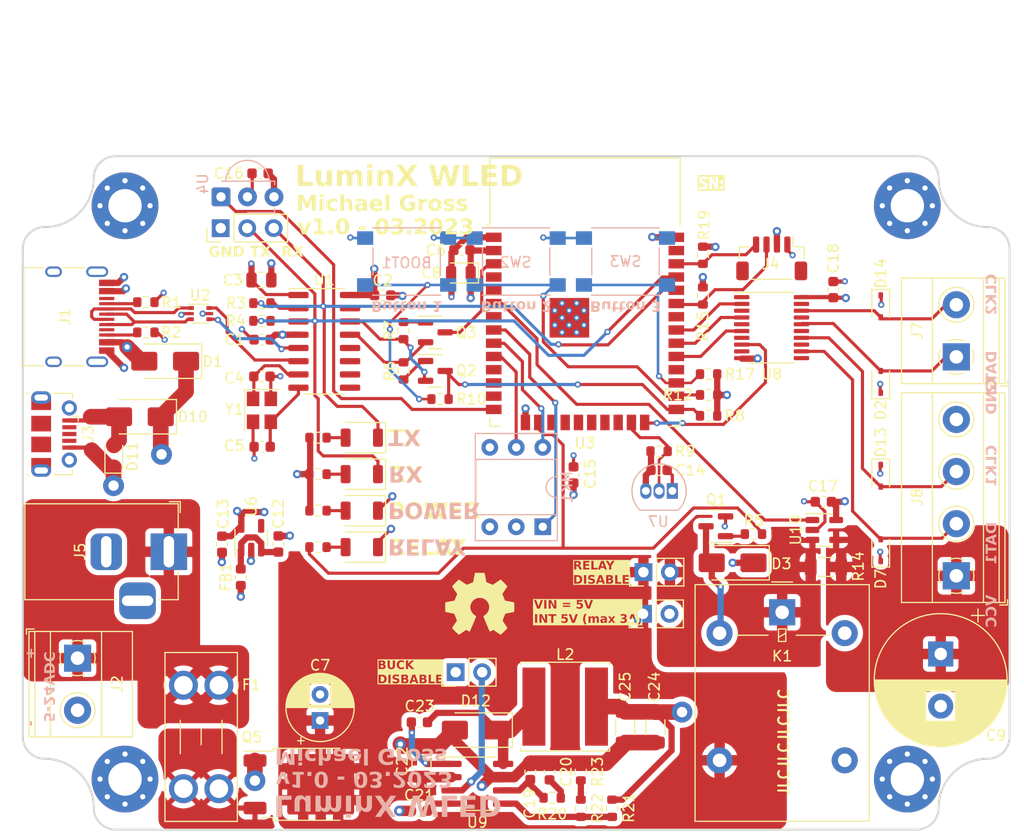
<source format=kicad_pcb>
(kicad_pcb (version 20221018) (generator pcbnew)
  (title_block (title "LuminX WLED") (date "2023-03-27") (rev "1.0") (company "Michael Gross"))
  (layers (0 "F.Cu" signal "Front") (1 "In1.Cu" signal) (2 "In2.Cu" signal) (31 "B.Cu" signal "Back") (34 "B.Paste" user) (35 "F.Paste" user) (36 "B.SilkS" user "B.Silkscreen") (37 "F.SilkS" user "F.Silkscreen") (38 "B.Mask" user) (39 "F.Mask" user) (44 "Edge.Cuts" user))
  (net 0 "")
  (net 1 "Net-(BOOT1-Pad1)")
  (net 2 "+3V3")
  (net 3 "GND")
  (net 4 "+5V")
  (net 5 "VOUT_LED")
  (net 6 "VIN")
  (net 7 "DAT2")
  (net 8 "USB_D+")
  (net 9 "USB_D-")
  (net 10 "Net-(D3-A)")
  (net 11 "IO0")
  (net 12 "Net-(D4-A)")
  (net 13 "EN")
  (net 14 "DAT1")
  (net 15 "SW2")
  (net 16 "SW3")
  (net 17 "Net-(D5-A)")
  (net 18 "Net-(D6-A)")
  (net 19 "Net-(D9-A)")
  (net 20 "CLK1")
  (net 21 "Net-(J1-CC1)")
  (net 23 "/Power+USB/VBUS_MICROUSB")
  (net 24 "Net-(J1-CC2)")
  (net 31 "Net-(Q1-B)")
  (net 33 "Net-(Q2-B)")
  (net 34 "Net-(Q3-B)")
  (net 36 "SD")
  (net 37 "WS")
  (net 38 "SCK")
  (net 39 "Net-(U1-TXD)")
  (net 40 "Net-(U1-RXD)")
  (net 42 "RELAY_CTRL")
  (net 43 "IR_CTRL")
  (net 53 "CLK2")
  (net 62 "ESP32_TX")
  (net 63 "ESP32_RX")
  (net 64 "/ESP32+CH340/CH340_XI")
  (net 65 "/ESP32+CH340/CH340_XO")
  (net 66 "Net-(#FLG05-pwr)")
  (net 67 "/Power+USB/VBUS_USBC")
  (net 68 "/Power+USB/D+")
  (net 69 "/Power+USB/D-")
  (net 70 "/Power+USB/VIN_RAW")
  (net 71 "/ESP32+CH340/nRTS")
  (net 72 "/ESP32+CH340/nDTR")
  (net 73 "TEMP")
  (net 74 "CLK2_3V3")
  (net 85 "/Power+USB/VIN_RPP")
  (net 86 "SDA")
  (net 87 "SCL")
  (net 90 "Net-(U9-COMP)")
  (net 91 "Net-(C20-Pad1)")
  (net 92 "Net-(U9-SS)")
  (net 93 "Net-(U9-BOOT)")
  (net 94 "Net-(D12-K)")
  (net 95 "/Power+USB/INA180_IN")
  (net 96 "Net-(U9-VSENSE)")
  (net 97 "Net-(R22-Pad1)")
  (net 98 "V_SENSE")
  (net 99 "Net-(JP1-B)")
  (net 100 "DAT1_3V3")
  (net 101 "CLK1_3V3")
  (net 102 "DAT2_3V3")
  (footprint "Capacitor_SMD:C_0603_1608Metric" (layer "F.Cu") (at 143.5 129.65 90)
    (fp_text reference "C20")
    (fp_text value "1n")
  )
  (footprint "Relay_THT:Relay_SPDT_Omron-G5LE-1" (layer "F.Cu") (at 165.799999 114.35)
    (fp_text reference "K1")
    (fp_text value "G5LE-1")
  )
  (footprint "Resistor_SMD:R_0603_1608Metric" (layer "F.Cu") (at 149.5 133.15 90)
    (fp_text reference "R21")
    (fp_text value "10k")
  )
  (footprint "Diode_SMD:D_SMA" (layer "F.Cu") (at 104.225 95.5925 180)
    (fp_text reference "D10")
    (fp_text value "SS34")
  )
  (footprint "Connector_PinHeader_2.54mm:PinHeader_1x03_P2.54mm_Vertical" (layer "F.Cu") (at 111.975 77.5 90)
    (fp_text reference "J9" hide)
    (fp_text value "Conn_01x03_Pin")
  )
  (footprint "Resistor_SMD:R_0603_1608Metric" (layer "F.Cu") (at 158.75 93.5 180)
    (fp_text reference "R12")
    (fp_text value "10k")
  )
  (footprint "Resistor_SMD:R_0603_1608Metric" (layer "F.Cu") (at 121.299999 104.6)
    (fp_text reference "R16" hide)
    (fp_text value "1k")
  )
  (footprint "Crystal:Crystal_SMD_3225-4Pin_3.2x2.5mm" (layer "F.Cu") (at 115.925 94.975 -90)
    (fp_text reference "Y1")
    (fp_text value "12MHz")
  )
  (footprint "Resistor_SMD:R_0603_1608Metric" (layer "F.Cu") (at 129.5 91.2 -90)
    (fp_text reference "R6")
    (fp_text value "10k")
  )
  (footprint "Package_SO:SOIC-16_3.9x9.9mm_P1.27mm" (layer "F.Cu") (at 121.9 88.36)
    (fp_text reference "U1")
    (fp_text value "CH340G")
  )
  (footprint "Resistor_SMD:R_0603_1608Metric" (layer "F.Cu") (at 115.925 84.695 180)
    (fp_text reference "R3")
    (fp_text value "470R")
  )
  (footprint "MountingHole:MountingHole_3.2mm_M3_Pad_Via" (layer "F.Cu") (at 177.799999 130.35)
    (fp_text reference "H4" hide)
    (fp_text value "MountingHole")
  )
  (footprint "Connector_JST:JST_SH_BM04B-SRSS-TB_1x04-1MP_P1.00mm_Vertical" (layer "F.Cu") (at 164.8 80.4 180)
    (fp_text reference "J4")
    (fp_text value "Conn_01x04_Pin")
  )
  (footprint "Resistor_SMD:R_0603_1608Metric" (layer "F.Cu") (at 158.2 84 -90)
    (fp_text reference "R15")
    (fp_text value "4k7")
  )
  (footprint "Capacitor_SMD:C_0603_1608Metric" (layer "F.Cu") (at 115.75 72.25 180)
    (fp_text reference "C16")
    (fp_text value "100n")
  )
  (footprint "Connector_PinHeader_2.54mm:PinHeader_1x02_P2.54mm_Vertical" (layer "F.Cu") (at 134.5 120.1 90)
    (fp_text reference "JP1" hide)
    (fp_text value "Jumper_2_Open")
  )
  (footprint "Capacitor_THT:CP_Radial_D12.5mm_P5.00mm" (layer "F.Cu") (at 181 118.35 -90)
    (fp_text reference "C9")
    (fp_text value "1000u")
  )
  (footprint "Package_SO:TSSOP-20_4.4x6.5mm_P0.65mm" (layer "F.Cu") (at 164.7875 87.045)
    (fp_text reference "U8")
    (fp_text value "74AHCT244")
  )
  (footprint "Package_TO_SOT_SMD:SOT-23-5" (layer "F.Cu") (at 169.8375 106.45)
    (fp_text reference "U10")
    (fp_text value "INA180A1")
  )
  (footprint "LED_SMD:LED_1206_3216Metric_ReverseMount_Hole1.8x2.4mm" (layer "F.Cu") (at 125.499999 97.6 180)
    (fp_text reference "D5" hide)
    (fp_text value "GREEN")
  )
  (footprint "Connector_USB:USB_C_Receptacle_HRO_TYPE-C-31-M-12" (layer "F.Cu") (at 97 86 -90)
    (fp_text reference "J1")
    (fp_text value "USB_C_Receptacle_USB2.0")
  )
  (footprint "Fuse:Fuseholder_Blade_Mini_Keystone_3568" (layer "F.Cu") (at 111.799999 121.35 -90)
    (fp_text reference "F1")
    (fp_text value "10A")
  )
  (footprint "Capacitor_SMD:C_0603_1608Metric" (layer "F.Cu") (at 154 100.71)
    (fp_text reference "C14")
    (fp_text value "100n")
  )
  (footprint "Package_SO:SOIC-8_3.9x4.9mm_P1.27mm" (layer "F.Cu") (at 136.575 130.8)
    (fp_text reference "U9")
    (fp_text value "TPS54332")
  )
  (footprint "Package_TO_SOT_SMD:SOT-23" (layer "F.Cu") (at 159.4375 106.1 180)
    (fp_text reference "Q1")
    (fp_text value "BC847")
  )
  (footprint "Diode_SMD:D_SOD-323" (layer "F.Cu") (at 175.25 108.4 90)
    (fp_text reference "D7")
    (fp_text value "SD05")
  )
  (footprint "Package_TO_SOT_SMD:SOT-23" (layer "F.Cu") (at 132.555 91.195)
    (fp_text reference "Q2")
    (fp_text value "BC847")
  )
  (footprint "Resistor_SMD:R_0603_1608Metric" (layer "F.Cu") (at 158.75 95.5 180)
    (fp_text reference "R8")
    (fp_text value "10k")
  )
  (footprint "Capacitor_SMD:C_0603_1608Metric" (layer "F.Cu") (at 131 133.4 180)
    (fp_text reference "C21")
    (fp_text value "8n2")
  )
  (footprint "Capacitor_SMD:C_0603_1608Metric" (layer "F.Cu") (at 115.95 88.195 180)
    (fp_text reference "C1")
    (fp_text value "100n")
  )
  (footprint "Capacitor_SMD:C_0603_1608Metric" (layer "F.Cu") (at 127.5 83.945)
    (fp_text reference "C2")
    (fp_text value "100n")
  )
  (footprint "Resistor_SMD:R_0603_1608Metric" (layer "F.Cu") (at 121.299999 101.1)
    (fp_text reference "R11" hide)
    (fp_text value "1k")
  )
  (footprint "MountingHole:MountingHole_3.2mm_M3_Pad_Via" (layer "F.Cu") (at 102.799999 75.35)
    (fp_text reference "H1" hide)
    (fp_text value "MountingHole")
  )
  (footprint "Diode_SMD:D_SMA" (layer "F.Cu") (at 106.65 90.2625 180)
    (fp_text reference "D1")
    (fp_text value "SS34")
  )
  (footprint "LED_SMD:LED_1206_3216Metric_ReverseMount_Hole1.8x2.4mm" (layer "F.Cu") (at 125.499999 108.1 180)
    (fp_text reference "D9" hide)
    (fp_text value "AMBER")
  )
  (footprint "TerminalBlock_Phoenix:TerminalBlock_Phoenix_MKDS-1,5-4_1x04_P5.00mm_Horizontal" (layer "F.Cu") (at 182.5 110.85 90)
    (fp_text reference "J8")
    (fp_text value "5mm Screw Terminal")
  )
  (footprint "Package_TO_SOT_SMD:SOT-666" (layer "F.Cu") (at 110 85.7)
    (fp_text reference "U2")
    (fp_text value "USBLC6-2P6")
  )
  (footprint "Connector_BarrelJack:BarrelJack_Horizontal" (layer "F.Cu") (at 107 108.5425)
    (fp_text reference "J5")
    (fp_text value "Barrel_Jack_Switch")
  )
  (footprint "Diode_SMD:D_0805_2012Metric" (layer "F.Cu") (at 135 81.8 180)
    (fp_text reference "C8")
    (fp_text value "10u")
  )
  (footprint "Capacitor_SMD:C_1206_3216Metric" (layer "F.Cu") (at 150.75 125.375 -90)
    (fp_text reference "C25")
    (fp_text value "22u")
  )
  (footprint "Connector_PinHeader_2.54mm:PinHeader_1x02_P2.54mm_Vertical" (layer "F.Cu") (at 152.5 110.5 90)
    (fp_text reference "JP2" hide)
    (fp_text value "Jumper_2_Open")
  )
  (footprint "Diode_SMD:D_SMA" (layer "F.Cu") (at 136.425 125.65 180)
    (fp_text reference "D12")
    (fp_text value "SS54")
  )
  (footprint "Inductor_SMD:L_Sunlord_SWPA8040S" (layer "F.Cu") (at 145 123.4)
    (fp_text reference "L2")
    (fp_text value "10u/3A")
  )
  (footprint "Resistor_SMD:R_0603_1608Metric" (layer "F.Cu") (at 146.5 129.65 -90)
    (fp_text reference "R23")
    (fp_text value "680")
  )
  (footprint "Capacitor_SMD:C_1206_3216Metric" (layer "F.Cu") (at 131.225 128.65 90)
    (fp_text reference "C22")
    (fp_text value "10u")
  )
  (footprint "Resistor_SMD:R_0603_1608Metric" (layer "F.Cu") (at 158.2 80.1 -90)
    (fp_text reference "R19")
    (fp_text value "4k7")
  )
  (footprint "TerminalBlock_Phoenix:TerminalBlock_Phoenix_MKDS-1,5-2_1x02_P5.00mm_Horizontal" (layer "F.Cu") (at 98.25 118.75 -90)
    (fp_text reference "J2")
    (fp_text value "5mm Screw Terminal")
  )
  (footprint "Resistor_SMD:R_0603_1608Metric" (layer "F.Cu") (at 158.75 91.5 180)
    (fp_text reference "R17")
    (fp_text value "10k")
  )
  (footprint "LED_SMD:LED_1206_3216Metric_ReverseMount_Hole1.8x2.4mm" (layer "F.Cu") (at 125.499999 101.1 180)
    (fp_text reference "D4" hide)
    (fp_text value "YELLOW")
  )
  (footprint "Resistor_SMD:R_0603_1608Metric" (layer "F.Cu") (at 154 98.9)
    (fp_text reference "R9")
    (fp_text value "10k")
  )
  (footprint "Resistor_SMD:R_0603_1608Metric" (layer "F.Cu") (at 104.8 84.6)
    (fp_text reference "R1")
    (fp_text value "5k1")
  )
  (footprint "Package_TO_SOT_SMD:SOT-23" (layer "F.Cu") (at 132.555 87.495)
    (fp_text reference "Q3")
    (fp_text value "BC847")
  )
  (footprint "Capacitor_THT:CP_Radial_D6.3mm_P2.50mm" (layer "F.Cu") (at 121.499999 124.73238 90)
    (fp_text reference "C7")
    (fp_text value "100u/35V")
  )
  (footprint "Inductor_SMD:L_0603_1608Metric" (layer "F.Cu") (at 113.9 110.9875 90)
    (fp_text reference "FB1")
    (fp_text value "100R")
  )
  (footprint "Connector_USB:USB_Micro-B_Molex-105017-0001" (layer "F.Cu") (at 96 97.25 -90)
    (fp_text reference "J3")
    (fp_text value "USB_B_Micro")
  )
  (footprint "Diode_SMD:D_SMA" (layer "F.Cu") (at 161.049999 109.6 180)
    (fp_text reference "D3")
    (fp_text value "US1G")
  )
  (footprint "Resistor_SMD:R_0603_1608Metric" (layer "F.Cu") (at 121.299999 97.6)
    (fp_text reference "R13" hide)
    (fp_text value "1k")
  )
  (footprint "Resistor_SMD:R_0603_1608Metric" (layer "F.Cu") (at 115.925 86.395 180)
    (fp_text reference "R4")
    (fp_text value "470R")
  )
  (footprint "Diode_SMD:D_SOD-323" (layer "F.Cu") (at 175.25 92.25 90)
    (fp_text reference "D2")
    (fp_text value "SD05")
  )
  (footprint "Resistor_SMD:R_0603_1608Metric" (layer "F.Cu") (at 163.0475 106.85 180)
    (fp_text reference "R5")
    (fp_text value "220R")
  )
  (footprint "Capacitor_SMD:C_0603_1608Metric" (layer "F.Cu") (at 169.75 103.75 180)
    (fp_text reference "C17")
    (fp_text value "100n")
  )
  (footprint "MountingHole:MountingHole_3.2mm_M3_Pad_Via" (layer "F.Cu") (at 102.799999 130.35)
    (fp_text reference "H2" hide)
    (fp_text value "MountingHole")
  )
  (footprint "RF_Module:ESP32-WROOM-32D" (layer "F.Cu") (at 146.9 86.63)
    (fp_text reference "U3")
    (fp_text value "ESP32-WROOM-32D")
  )
  (footprint "Capacitor_SMD:C_0603_1608Metric" (layer "F.Cu") (at 145.8 101.175 90)
    (fp_text reference "C15")
    (fp_text value "100n")
  )
  (footprint "Capacitor_SMD:C_0603_1608Metric" (layer "F.Cu") (at 141.65 129.625 90)
    (fp_text reference "C19")
    (fp_text value "10p")
  )
  (footprint "Resistor_SMD:R_0603_1608Metric" (layer "F.Cu") (at 143.75 132.15 180)
    (fp_text reference "R20")
    (fp_text value "33k")
  )
  (footprint "MountingHole:MountingHole_3.2mm_M3_Pad_Via" (layer "F.Cu") (at 177.799999 75.35)
    (fp_text reference "H3" hide)
    (fp_text value "MountingHole")
  )
  (footprint "Capacitor_SMD:C_0603_1608Metric" (layer "F.Cu") (at 135.1 79.6 180)
    (fp_text reference "C6")
    (fp_text value "100n")
  )
  (footprint "Resistor_SMD:R_0603_1608Metric" (layer "F.Cu") (at 104.8 87.5)
    (fp_text reference "R2")
    (fp_text value "5k1")
  )
  (footprint "Resistor_SMD:R_0603_1608Metric" (layer "F.Cu") (at 121.299999 108.1)
    (fp_text reference "R18" hide)
    (fp_text value "1k")
  )
  (footprint "Capacitor_SMD:C_0603_1608Metric" (layer "F.Cu") (at 170.7 83.4 90)
    (fp_text reference "C18")
    (fp_text value "100n")
  )
  (footprint "Symbol:OSHW-Symbol_6.7x6mm_SilkScreen" (layer "F.Cu") (at 136.799999 113.55)
    (fp_text reference "REF**" hide)
    (fp_text value "OSHW-Symbol_6.7x6mm_SilkScreen" hide)
  )
  (footprint "Diode_SMD:D_SOD-323" (layer "F.Cu") (at 175.25 85 -90)
    (fp_text reference "D14")
    (fp_text value "SD05")
  )
  (footprint "Resistor_SMD:R_0603_1608Metric" (layer "F.Cu") (at 133 93.9 180)
    (fp_text reference "R10")
    (fp_text value "470R")
  )
  (footprint "Resistor_SMD:R_0603_1608Metric" (layer "F.Cu") (at 129.5 87.325 90)
    (fp_text reference "R7")
    (fp_text value "10k")
  )
  (footprint "Diode_SMD:D_SOD-323" (layer "F.Cu") (at 101.725 99.3925 90)
    (fp_text reference "D11")
    (fp_text value "SD05")
  )
  (footprint "Capacitor_SMD:C_0603_1608Metric" (layer "F.Cu") (at 115.925 91.725)
    (fp_text reference "C4")
    (fp_text value "30p")
  )
  (footprint "Capacitor_SMD:C_1206_3216Metric" (layer "F.Cu") (at 153.65 125.375 -90)
    (fp_text reference "C24")
    (fp_text value "22u")
  )
  (footprint "Capacitor_SMD:C_0603_1608Metric" (layer "F.Cu") (at 131.025 124.9)
    (fp_text reference "C23")
    (fp_text value "100n")
  )
  (footprint "TerminalBlock_Phoenix:TerminalBlock_Phoenix_MKDS-1,5-2_1x02_P5.00mm_Horizontal" (layer "F.Cu") (at 182.5 89.85 90)
    (fp_text reference "J7")
    (fp_text value "5mm Screw Terminal")
  )
  (footprint "Resistor_SMD:R_0603_1608Metric" (layer "F.Cu") (at 146.5 133.15 -90)
    (fp_text reference "R22")
    (fp_text value "1k2")
  )
  (footprint "LED_SMD:LED_1206_3216Metric_ReverseMount_Hole1.8x2.4mm" (layer "F.Cu") (at 125.5 104.6 180)
    (fp_text reference "D6" hide)
    (fp_text value "GREEN")
  )
  (footprint "Diode_SMD:D_SOD-323" (layer "F.Cu") (at 175.25 101.25 -90)
    (fp_text reference "D13")
    (fp_text value "SD05")
  )
  (footprint "Package_TO_SOT_SMD:TO-252-2" (layer "F.Cu") (at 120.299999 130.85)
    (fp_text reference "Q5")
    (fp_text value "IRF5305")
  )
  (footprint "Capacitor_SMD:C_0603_1608Metric" (layer "F.Cu") (at 117.5 107.8 90)
    (fp_text reference "C12")
    (fp_text value "1u")
  )
  (footprint "Capacitor_SMD:C_0603_1608Metric" (layer "F.Cu") (at 115.95 98.475 180)
    (fp_text reference "C5")
    (fp_text value "30p")
  )
  (footprint "Package_TO_SOT_SMD:SOT-23-5" (layer "F.Cu") (at 114.9 107.2 90)
    (fp_text reference "U6")
    (fp_text value "AP2112K-3.3")
  )
  (footprint "Connector_PinHeader_2.54mm:PinHeader_1x02_P2.54mm_Vertical" (layer "F.Cu") (at 152.46 114.5 90)
    (fp_text reference "JP3" hide)
    (fp_text value "Jumper_2_Open")
  )
  (footprint "Capacitor_SMD:C_0805_2012Metric" (layer "F.Cu") (at 115.875 82.475 180)
    (fp_text reference "C3")
    (fp_text value "10u")
  )
  (footprint "Capacitor_SMD:C_0603_1608Metric" (layer "F.Cu") (at 112.1 107.825 -90)
    (fp_text reference "C13")
    (fp_text value "1u")
  )
  (footprint "Resistor_SMD:R_1206_3216Metric" (layer "F.Cu") (at 170 110)
    (fp_text reference "R14")
    (fp_text value "0.1R")
  )
  (footprint "Package_TO_SOT_THT:TO-92_Inline" (layer "B.Cu") (at 155.27 102.71 180)
    (fp_text reference "U7")
    (fp_text value "DS18B20")
  )
  (footprint "Button_Switch_SMD:SW_SPST_PTS645" (layer "B.Cu") (at 129.799999 80.7)
    (fp_text reference "BOOT1")
    (fp_text value "SW_Push")
  )
  (footprint "Button_Switch_SMD:SW_SPST_PTS645" (layer "B.Cu") (at 140.299999 80.7)
    (fp_text reference "SW2")
    (fp_text value "SW_Push")
  )
  (footprint "OptoDevice:Vishay_MINICAST-3Pin" (layer "B.Cu") (at 112 74.5)
    (fp_text reference "U4")
    (fp_text value "TSOP382xx")
  )
  (footprint "Package_DIP:DIP-6_W7.62mm_Socket" (layer "B.Cu") (at 142.849999 106.15 90)
    (fp_text reference "MK1")
    (fp_text value "INMP441")
  )
  (footprint "Button_Switch_SMD:SW_SPST_PTS645" (layer "B.Cu") (at 150.779999 80.7)
    (fp_text reference "SW3")
    (fp_text value "SW_Push")
  )
  (gr_arc (start 180.800427 133.100014) (mid 180.185234 134.584798) (end 178.700445 135.2) (stroke (width 0.2)) (layer "Edge.Cuts"))
  (gr_arc (start 101.900148 135.2) (mid 100.415328 134.585028) (end 99.800148 133.100294) (stroke (width 0.2)) (layer "Edge.Cuts"))
  (gr_arc (start 178.700148 70.6) (mid 180.184968 71.214972) (end 180.800148 72.699706) (stroke (width 0.2)) (layer "Edge.Cuts"))
  (gr_arc (start 185.500162 77.399721) (mid 182.176979 76.022913) (end 180.800148 72.699706) (stroke (width 0.2)) (layer "Edge.Cuts"))
  (gr_line (start 93.000148 79.5) (end 93.000147 126.300297) (stroke (width 0.2)) (layer "Edge.Cuts"))
  (gr_arc (start 95.100134 128.400279) (mid 93.61532 127.785116) (end 93.000147 126.300297) (stroke (width 0.2)) (layer "Edge.Cuts"))
  (gr_arc (start 180.800427 133.100014) (mid 182.177229 129.776796) (end 185.500441 128.4) (stroke (width 0.2)) (layer "Edge.Cuts"))
  (gr_arc (start 99.799868 72.699986) (mid 98.423074 76.023206) (end 95.099854 77.4) (stroke (width 0.2)) (layer "Edge.Cuts"))
  (gr_arc (start 185.500162 77.399721) (mid 186.984976 78.014884) (end 187.600148 79.499703) (stroke (width 0.2)) (layer "Edge.Cuts"))
  (gr_arc (start 187.600148 126.3) (mid 186.985176 127.784821) (end 185.500441 128.4) (stroke (width 0.2)) (layer "Edge.Cuts"))
  (gr_line (start 178.700148 70.6) (end 101.89985 70.6) (stroke (width 0.2)) (layer "Edge.Cuts"))
  (gr_arc (start 99.799868 72.699986) (mid 100.415031 71.215172) (end 101.89985 70.6) (stroke (width 0.2)) (layer "Edge.Cuts"))
  (gr_line (start 101.900148 135.2) (end 178.700445 135.2) (stroke (width 0.2)) (layer "Edge.Cuts"))
  (gr_arc (start 95.100134 128.400279) (mid 98.423317 129.777087) (end 99.800148 133.100294) (stroke (width 0.2)) (layer "Edge.Cuts"))
  (gr_line (start 187.600148 126.3) (end 187.600148 79.499703) (stroke (width 0.2)) (layer "Edge.Cuts"))
  (gr_arc (start 93.000148 79.5) (mid 93.61512 78.01518) (end 95.099854 77.4) (stroke (width 0.2)) (layer "Edge.Cuts"))
  (gr_text "Button 1" (at 129.799999 84.35 180) (layer "B.SilkS") (effects (font (size 1 1) (thickness 0.2) bold) (justify bottom mirror)))
  (gr_text "TX" (at 128.049999 96.6 180) (layer "B.SilkS") (effects (font (size 1.524 1.524) (thickness 0.3048) bold) (justify left bottom mirror)))
  (gr_text "CLK2       DAT2" (at 186.5 87.6 90) (layer "B.SilkS") (effects (font (size 1 1) (thickness 0.2) bold) (justify bottom mirror)))
  (gr_text "RX" (at 128.049999 100.1 180) (layer "B.SilkS") (effects (font (size 1.524 1.524) (thickness 0.3048) bold) (justify left bottom mirror)))
  (gr_text "v1.0 - 03.2023" (at 117.249999 129.4 180) (layer "B.SilkS") (effects (font (size 1.5 1.5) (thickness 0.2) bold) (justify left bottom mirror)))
  (gr_text "LuminX WLED" (at 117.049999 131.6 180) (layer "B.SilkS") (effects (font (size 2 2) (thickness 0.4) bold) (justify left bottom mirror)))
  (gr_text "Michael Gross" (at 117.149999 127.2 180) (layer "B.SilkS") (effects (font (size 1.5 1.5) (thickness 0.2) bold) (justify left bottom mirror)))
  (gr_text "Button 3" (at 150.779999 84.35 180) (layer "B.SilkS") (effects (font (size 1 1) (thickness 0.2) bold) (justify bottom mirror)))
  (gr_text "GND      CLK1       DAT1      VCC" (at 186.5 103.85 90) (layer "B.SilkS") (effects (font (size 1 1) (thickness 0.2) bold) (justify bottom mirror)))
  (gr_text "RELAY" (at 127.999999 107.1 180) (layer "B.SilkS") (effects (font (size 1.524 1.524) (thickness 0.3048) bold) (justify left bottom mirror)))
  (gr_text "POWER" (at 127.999999 103.6 180) (layer "B.SilkS") (effects (font (size 1.524 1.524) (thickness 0.3048) bold) (justify left bottom mirror)))
  (gr_text "Button 2" (at 140.299999 84.35 180) (layer "B.SilkS") (effects (font (size 1 1) (thickness 0.2) bold) (justify bottom mirror)))
  (gr_text "5-24VDC\n-            +" (at 93.2 121.5 270) (layer "B.SilkS") (effects (font (size 1 1) (thickness 0.2) bold) (justify bottom mirror)))
  (gr_text "VIN = 5V\nINT 5V (max 3A)" (at 142 115.5) (layer "F.SilkS" knockout) (effects (font (size 0.8128 0.8128) (thickness 0.1524) bold) (justify left bottom)))
  (gr_text "RX" (at 128.049999 102.1) (layer "F.SilkS") (effects (font (size 1.524 1.524) (thickness 0.3048) bold) (justify left bottom)))
  (gr_text "RELAY\nDISABLE" (at 145.75 111.75) (layer "F.SilkS" knockout) (effects (font (size 0.8128 0.8128) (thickness 0.1524) bold) (justify left bottom)))
  (gr_text "GND TX  RX" (at 110.8 80.4) (layer "F.SilkS") (effects (font (size 1 1) (thickness 0.2) bold) (justify left bottom)))
  (gr_text "POWER" (at 128.049999 105.6) (layer "F.SilkS") (effects (font (size 1.524 1.524) (thickness 0.3048) bold) (justify left bottom)))
  (gr_text "BUCK\nDISBABLE" (at 127 121.3) (layer "F.SilkS" knockout) (effects (font (size 0.8128 0.8128) (thickness 0.1524) bold) (justify left bottom)))
  (gr_text "JLCJLCJLCJLC" (at 166.549999 132.1 90) (layer "F.SilkS") (effects (font (size 1 1) (thickness 0.2) bold) (justify left bottom)))
  (gr_text "LuminX WLED" (at 119.099999 73.8) (layer "F.SilkS") (effects (font (size 2 2) (thickness 0.4) bold) (justify left bottom)))
  (gr_text "TX" (at 128.049999 98.6) (layer "F.SilkS") (effects (font (size 1.524 1.524) (thickness 0.3048) bold) (justify left bottom)))
  (gr_text "v1.0 - 03.2023" (at 119.299999 78.35) (layer "F.SilkS") (effects (font (size 1.5 1.5) (thickness 0.3) bold) (justify left bottom)))
  (gr_text "Michael Gross" (at 119.199998 76.1) (layer "F.SilkS") (effects (font (size 1.5 1.5) (thickness 0.2) bold) (justify left bottom)))
  (gr_text "RELAY" (at 128.049999 109.1) (layer "F.SilkS") (effects (font (size 1.524 1.524) (thickness 0.3048) bold) (justify left bottom)))
  (gr_text "SN:					" (at 157.6 73.8) (layer "F.SilkS" knockout) (effects (font (size 1 1) (thickness 0.25) bold) (justify left bottom)))
  (segment (start 131 93.9) (end 132.175 93.9) (width 0.25) (layer "F.Cu") (net 1))
  (segment (start 128.2 87.2) (end 128.2 86.55) (width 0.25) (layer "F.Cu") (net 1))
  (segment (start 128.2 86.55) (end 131.8 82.95) (width 0.25) (layer "F.Cu") (net 1))
  (via (at 131.8 82.95) (size 0.6) (drill 0.3) (layers "F.Cu" "B.Cu") (net 1))
  (via (at 128.2 87.2) (size 0.6) (drill 0.3) (layers "F.Cu" "B.Cu") (net 1))
  (via (at 131 93.9) (size 0.6) (drill 0.3) (layers "F.Cu" "B.Cu") (net 1))
  (segment (start 128.2 87.2) (end 128.2 91.1) (width 0.25) (layer "B.Cu") (net 1))
  (segment (start 128.2 91.1) (end 131 93.9) (width 0.25) (layer "B.Cu") (net 1))
  (segment (start 125.819999 82.95) (end 131.8 82.95) (width 0.25) (layer "B.Cu") (net 1))
  (segment (start 131.8 82.95) (end 133.779999 82.95) (width 0.25) (layer "B.Cu") (net 1))
  (segment (start 116.825 82.475) (end 116.825 80.875) (width 0.6) (layer "F.Cu") (net 2))
  (segment (start 112.1 107.05) (end 112.9625 107.05) (width 0.6) (layer "F.Cu") (net 2))
  (segment (start 120.549999 104.525) (end 120.549999 101.175) (width 0.6) (layer "F.Cu") (net 2))
  (segment (start 159.575 95.5) (end 159.575 93.5) (width 0.6) (layer "F.Cu") (net 2))
  (segment (start 124.375 83.915) (end 126.695 83.915) (width 0.6) (layer "F.Cu") (net 2))
  (segment (start 152.73 101.205) (end 153.225 100.71) (width 0.6) (layer "F.Cu") (net 2))
  (segment (start 119.425 87.725) (end 117.195 87.725) (width 0.6) (layer "F.Cu") (net 2))
  (segment (start 126.695 83.915) (end 126.725 83.945) (width 0.6) (layer "F.Cu") (net 2))
  (segment (start 159.575 93.5) (end 160.5 93.5) (width 0.6) (layer "F.Cu") (net 2))
  (segment (start 145.8 101.95) (end 145.8 103.075) (width 0.6) (layer "F.Cu") (net 2))
  (segment (start 153.225 100.71) (end 153.225 98.95) (width 0.6) (layer "F.Cu") (net 2))
  (segment (start 126.7 83.92) (end 126.725 83.945) (width 0.6) (layer "F.Cu") (net 2))
  (segment (start 153.225 98.95) (end 153.175 98.9) (width 0.6) (layer "F.Cu") (net 2))
  (segment (start 114.25 104.7375) (end 116.15 104.7375) (width 0.6) (layer "F.Cu") (net 2))
  (segment (start 159.375 79.275) (end 159.4 79.3) (width 0.6) (layer "F.Cu") (net 2))
  (segment (start 117.08 72.805) (end 116.525 72.25) (width 0.6) (layer "F.Cu") (net 2))
  (segment (start 113.95 105.0375) (end 113.55 104.6375) (width 0.6) (layer "F.Cu") (net 2))
  (segment (start 158.2 79.275) (end 159.375 79.275) (width 0.6) (layer "F.Cu") (net 2))
  (segment (start 158.2 83.175) (end 158.2 82.2) (width 0.6) (layer "F.Cu") (net 2))
  (segment (start 170.525 103.75) (end 171.75 103.75) (width 0.6) (layer "F.Cu") (net 2))
  (segment (start 117.08 74.5) (end 117.08 72.805) (width 0.6) (layer "F.Cu") (net 2))
  (segment (start 113.95 105.0375) (end 114.25 104.7375) (width 0.6) (layer "F.Cu") (net 2))
  (segment (start 135.9375 81.8) (end 135.9375 79.6625) (width 0.6) (layer "F.Cu") (net 2))
  (segment (start 120.474999 104.6) (end 120.549999 104.525) (width 0.6) (layer "F.Cu") (net 2))
  (segment (start 165.3 77.8) (end 165.3 79.075) (width 0.6) (layer "F.Cu") (net 2))
  (segment (start 112.9625 107.05) (end 113.95 106.0625) (width 0.6) (layer "F.Cu") (net 2))
  (segment (start 135.9375 84.199502) (end 135.9375 81.8) (width 0.6) (layer "F.Cu") (net 2))
  (segment (start 170.975 105.5) (end 170.975 104.2) (width 0.6) (layer "F.Cu") (net 2))
  (segment (start 120.549999 101.175) (end 120.474999 101.1) (width 0.6) (layer "F.Cu") (net 2))
  (segment (start 126.7 81.4) (end 126.7 83.92) (width 0.6) (layer "F.Cu") (net 2))
  (segment (start 135.925 79.65) (end 138.15 79.65) (width 0.6) (layer "F.Cu") (net 2))
  (segment (start 135.875 79.6) (end 135.925 79.65) (width 0.6) (layer "F.Cu") (net 2))
  (segment (start 170.975 104.2) (end 170.525 103.75) (width 0.6) (layer "F.Cu") (net 2))
  (segment (start 135.9375 79.6625) (end 135.875 79.6) (width 0.6) (layer "F.Cu") (net 2))
  (segment (start 152.73 102.71) (end 152.73 101.205) (width 0.6) (layer "F.Cu") (net 2))
  (segment (start 159.575 91.5) (end 159.575 93.5) (width 0.6) (layer "F.Cu") (net 2))
  (segment (start 120.549999 97.675) (end 120.549999 101.025) (width 0.6) (layer "F.Cu") (net 2))
  (segment (start 117.195 87.725) (end 116.725 88.195) (width 0.6) (layer "F.Cu") (net 2))
  (segment (start 113.95 106.0625) (end 113.95 105.0375) (width 0.6) (layer "F.Cu") (net 2))
  (segment (start 120.474999 97.6) (end 120.549999 97.675) (width 0.6) (layer "F.Cu") (net 2))
  (segment (start 171.75 103.75) (end 171.8 103.7) (width 0.6) (layer "F.Cu") (net 2))
  (segment (start 119.299999 101.1) (end 120.474999 101.1) (width 0.6) (layer "F.Cu") (net 2))
  (segment (start 120.549999 101.025) (end 120.474999 101.1) (width 0.6) (layer "F.Cu") (net 2))
  (via (at 117.9 87.725) (size 0.8) (drill 0.4) (layers "F.Cu" "B.Cu") (net 2))
  (via (at 116.825 80.875) (size 0.8) (drill 0.4) (layers "F.Cu" "B.Cu") (net 2))
  (via (at 160.5 93.5) (size 0.8) (drill 0.4) (layers "F.Cu" "B.Cu") (net 2))
  (via (at 159.4 79.3) (size 0.8) (drill 0.4) (layers "F.Cu" "B.Cu") (net 2))
  (via (at 145.8 103.075) (size 0.8) (drill 0.4) (layers "F.Cu" "B.Cu") (net 2))
  (via (at 171.8 103.7) (size 0.8) (drill 0.4) (layers "F.Cu" "B.Cu") (net 2))
  (via (at 158.2 82.2) (size 0.8) (drill 0.4) (layers "F.Cu" "B.Cu") (net 2))
  (via (at 126.7 81.4) (size 0.8) (drill 0.4) (layers "F.Cu" "B.Cu") (net 2))
  (via (at 116.15 104.7375) (size 0.8) (drill 0.4) (layers "F.Cu" "B.Cu") (net 2))
  (via (at 135.9375 84.199502) (size 0.8) (drill 0.4) (layers "F.Cu" "B.Cu") (net 2))
  (via (at 119.299999 101.1) (size 0.8) (drill 0.4) (layers "F.Cu" "B.Cu") (net 2))
  (via (at 165.3 77.8) (size 0.8) (drill 0.4) (layers "F.Cu" "B.Cu") (net 2))
  (via (at 113.55 104.6375) (size 0.8) (drill 0.4) (layers "F.Cu" "B.Cu") (net 2))
  (segment (start 112.1 108.6) (end 112.1 109.525001) (width 0.6) (layer "F.Cu") (net 3))
  (segment (start 99.35 98.55) (end 99.6 98.8) (width 0.4) (layer "F.Cu") (net 3))
  (segment (start 116.7 91.725) (end 117.675 91.725) (width 0.3) (layer "F.Cu") (net 3))
  (segment (start 175.199999 101.05) (end 175.199999 100.250001) (width 0.3) (layer "F.Cu") (net 3))
  (segment (start 166.3 79.6) (end 166.8 80.1) (width 0.3) (layer "F.Cu") (net 3))
  (segment (start 134.325 79.6) (end 134.1 79.825) (width 0.6) (layer "F.Cu") (net 3))
  (segment (start 128.425 103.225001) (end 128.424999 103.225001) (width 0.3) (layer "F.Cu") (net 3))
  (segment (start 105.625 84.575) (end 106.5 83.7) (width 0.3) (layer "F.Cu") (net 3))
  (segment (start 171.775 82.625) (end 171.8 82.6) (width 0.4) (layer "F.Cu") (net 3))
  (segment (start 175.299999 83.999999) (end 175.25 83.95) (width 0.3) (layer "F.Cu") (net 3))
  (segment (start 102.15 82.75) (end 102.7 82.2) (width 0.6) (layer "F.Cu") (net 3))
  (segment (start 163.4505 90) (end 163.4305 90.02) (width 0.6) (layer "F.Cu") (net 3))
  (segment (start 141.675 128.825) (end 141.65 128.85) (width 1.5) (layer "F.Cu") (net 3))
  (segment (start 102.7 90.9) (end 101.05 89.25) (width 0.6) (layer "F.Cu") (net 3))
  (segment (start 168.7 106.45) (end 169.119607 106.45) (width 0.3) (layer "F.Cu") (net 3))
  (segment (start 135.545 78.38) (end 134.325 79.6) (width 0.6) (layer "F.Cu") (net 3))
  (segment (start 115.175 99.575) (end 115.2 99.6) (width 0.3) (layer "F.Cu") (net 3))
  (segment (start 148.875 128.825) (end 146.5 128.825) (width 1.5) (layer "F.Cu") (net 3))
  (segment (start 134.1 81.8375) (end 134.0625 81.8) (width 0.6) (layer "F.Cu") (net 3))
  (segment (start 169.9 105.669607) (end 169.9 104.675) (width 0.3) (layer "F.Cu") (net 3))
  (segment (start 134.425 125.65) (end 134.425 126.639214) (width 1) (layer "F.Cu") (net 3))
  (segment (start 137.835 130.165) (end 137 131) (width 1) (layer "F.Cu") (net 3))
  (segment (start 115 74.04) (end 115 72.275) (width 0.3) (layer "F.Cu") (net 3))
  (segment (start 101.7 100.4675) (end 101.725 100.4425) (width 1.5) (layer "F.Cu") (net 3))
  (segment (start 138.15 78.38) (end 136 78.38) (width 0.6) (layer "F.Cu") (net 3))
  (segment (start 101.045 82.75) (end 102.15 82.75) (width 0.6) (layer "F.Cu") (net 3))
  (segment (start 155.27 101.205) (end 154.775 100.71) (width 0.3) (layer "F.Cu") (net 3))
  (segment (start 115.175 88.195) (end 114.995 88.195) (width 0.3) (layer "F.Cu") (net 3))
  (segment (start 155.65 78.38) (end 153.38 78.38) (width 0.6) (layer "F.Cu") (net 3))
  (segment (start 141.2 95.2) (end 141.19 95.21) (width 0.6) (layer "F.Cu") (net 3))
  (segment (start 170.7 82.625) (end 171.775 82.625) (width 0.4) (layer "F.Cu") (net 3))
  (segment (start 146.5 128.825) (end 141.675 128.825) (width 1.5) (layer "F.Cu") (net 3))
  (segment (start 115.175 98.475) (end 115.175 99.575) (width 0.3) (layer "F.Cu") (net 3))
  (segment (start 140.101852 130.165) (end 141.416852 128.85) (width 1) (layer "F.Cu") (net 3))
  (segment (start 168.975 103.75) (end 167.95 103.75) (width 0.3) (layer "F.Cu") (net 3))
  (segment (start 105.9 87.5) (end 106.6 88.2) (width 0.3) (layer "F.Cu") (net 3))
  (segment (start 175.199999 108.55) (end 175.199999 109.399999) (width 0.3) (layer "F.Cu") (net 3))
  (segment (start 136 78.38) (end 135.545 78.38) (width 0.6) (layer "F.Cu") (net 3))
  (segment (start 97.4625 98.55) (end 99.35 98.55) (width 0.4) (layer "F.Cu") (net 3))
  (segment (start 150.75 126.85) (end 150.75 126.95) (width 1.5) (layer "F.Cu") (net 3))
  (segment (start 109.075 85.7) (end 108.318532 85.7) (width 0.3) (layer "F.Cu") (net 3))
  (segment (start 134.425 126.639214) (end 137.950786 130.165) (width 1) (layer "F.Cu") (net 3))
  (segment (start 167.95 103.75) (end 167.9 103.7) (width 0.3) (layer "F.Cu") (net 3))
  (segment (start 131.225 127.175) (end 129.375 127.175) (width 1.5) (layer "F.Cu") (net 3))
  (segment (start 119.425 83.915) (end 119.38 83.87) (width 0.3) (layer "F.Cu") (net 3))
  (segment (start 175.299999 84.85) (end 175.299999 83.999999) (width 0.3) (layer "F.Cu") (net 3))
  (segment (start 128.424999 103.225001) (end 127.05 104.6) (width 0.3) (layer "F.Cu") (net 3))
  (segment (start 137.950786 130.165) (end 139.05 130.165) (width 1) (layer "F.Cu") (net 3))
  (segment (start 139.05 130.165) (end 137.835 130.165) (width 1) (layer "F.Cu") (net 3))
  (segment (start 160.375 106.024999) (end 160.375 105.15) (width 0.3) (layer "F.Cu") (net 3))
  (segment (start 169.119607 106.45) (end 169.9 105.669607) (width 0.3) (layer "F.Cu") (net 3))
  (segment (start 134.525 126.025) (end 134.575 126.075) (width 0.6) (layer "F.Cu") (net 3))
  (segment (start 101.05 89.25) (end 101.045 89.25) (width 0.6) (layer "F.Cu") (net 3))
  (segment (start 115.259999 128.57) (end 115.25 128.579999) (width 1.5) (layer "F.Cu") (net 3))
  (segment (start 128.275 83.945) (end 129.345 83.945) (width 0.6) (layer "F.Cu") (net 3))
  (segment (start 105.625 84.6) (end 105.625 84.575) (width 0.3) (layer "F.Cu") (net 3))
  (segment (start 115.075 96.075) (end 115.075 98.375) (width 0.3) (layer "F.Cu") (net 3))
  (segment (start 134.1 81.7625) (end 134.0625 81.8) (width 0.6) (layer "F.Cu") (net 3))
  (segment (start 175.199999 100.250001) (end 175.25 100.2) (width 0.3) (layer "F.Cu") (net 3))
  (segment (start 115 72.275) (end 114.975 72.25) (width 0.3) (layer "F.Cu") (net 3))
  (segment (start 175.199999 92.45) (end 175.199999 93.249999) (width 0.3) (layer "F.Cu") (net 3))
  (segment (start 114.995 88.195) (end 114 87.2) (width 0.3) (layer "F.Cu") (net 3))
  (segment (start 130.225 133.4) (end 129.1 133.4) (width 1) (layer "F.Cu") (net 3))
  (segment (start 112.1 109.525001) (end 112.08462 109.540381) (width 0.6) (layer "F.Cu") (net 3))
  (segment (start 131.225 127.175) (end 132.9 127.175) (width 1.5) (layer "F.Cu") (net 3))
  (segment (start 108.318532 85.7) (end 108.203266 85.815266) (width 0.3) (layer "F.Cu") (net 3))
  (segment (start 150.75 126.95) (end 148.875 128.825) (width 1.5) (layer "F.Cu") (net 3))
  (segment (start 145.8 99.3) (end 145.8 100.4) (width 0.3) (layer "F.Cu") (net 3))
  (segment (start 141.416852 128.85) (end 141.65 128.85) (width 1) (layer "F.Cu") (net 3))
  (segment (start 114.9 108.3375) (end 114.9 109.398639) (width 0.6) (layer "F.Cu") (net 3))
  (segment (start 114.925 82.475) (end 114.925 80.925) (width 0.6) (layer "F.Cu") (net 3))
  (segment (start 117.5 107.025) (end 118.669239 107.025) (width 0.6) (layer "F.Cu") (net 3))
  (segment (start 160.299999 106.1) (end 160.375 106.024999) (width 0.3) (layer "F.Cu") (net 3))
  (segment (start 101.725 100.4425) (end 101.2425 100.4425) (width 1.5) (layer "F.Cu") (net 3))
  (segment (start 128.299999 106.35) (end 127.049999 107.6) (width 0.3) (layer "F.Cu") (net 3))
  (segment (start 166.3 79.075) (end 166.3 79.6) (width 0.3) (layer "F.Cu") (net 3))
  (segment (start 115.075 98.375) (end 115.175 98.475) (width 0.3) (layer "F.Cu") (net 3))
  (segment (start 163.4305 90.02) (end 161.925 90.02) (width 0.6) (layer "F.Cu") (net 3))
  (segment (start 116.775 91.8) (end 116.7 91.725) (width 0.3) (layer "F.Cu") (net 3))
  (segment (start 129.345 83.945) (end 129.4 84) (width 0.6) (layer "F.Cu") (net 3))
  (segment (start 119.38 83.87) (end 116.32 83.87) (width 0.3) (layer "F.Cu") (net 3))
  (segment (start 139.05 130.165) (end 140.101852 130.165) (width 1) (layer "F.Cu") (net 3))
  (segment (start 115.25 128.579999) (end 115.25 130.5) (width 1.5) (layer "F.Cu") (net 3))
  (segment (start 101.7 102.2) (end 101.7 100.4675) (width 1.5) (layer "F.Cu") (net 3))
  (segment (start 155.27 102.71) (end 155.27 101.205) (width 0.3) (layer "F.Cu") (net 3))
  (segment (start 127.049999 107.6) (end 127.049999 108.1) (width 0.3) (layer "F.Cu") (net 3))
  (segment (start 129.375 127.175) (end 129.2 127) (width 1.5) (layer "F.Cu") (net 3))
  (segment (start 169.9 104.675) (end 168.975 103.75) (width 0.3) (layer "F.Cu") (net 3))
  (segment (start 134.1 79.825) (end 134.1 81.7625) (width 0.6) (layer "F.Cu") (net 3))
  (segment (start 114.54 74.5) (end 115 74.04) (width 0.3) (layer "F.Cu") (net 3))
  (segment (start 153.38 78.38) (end 153.35 78.35) (width 0.6) (layer "F.Cu") (net 3))
  (segment (start 117.675 91.725) (end 117.690734 91.709266) (width 0.3) (layer "F.Cu") (net 3))
  (segment (start 132.9 127.175) (end 134.425 125.65) (width 1.5) (layer "F.Cu") (net 3))
  (segment (start 101.2425 100.4425) (end 99.6 98.8) (width 1.5) (layer "F.Cu") (net 3))
  (segment (start 175.199999 109.399999) (end 175.25 109.45) (width 0.3) (layer "F.Cu") (net 3))
  (segment (start 114.925 80.925) (end 114.9 80.9) (width 0.6) (layer "F.Cu") (net 3))
  (segment (start 105.625 87.5) (end 105.9 87.5) (width 0.3) (layer "F.Cu") (net 3))
  (segment (start 116.775 93.875) (end 116.775 91.8) (width 0.3) (layer "F.Cu") (net 3))
  (segment (start 134.1 84.099502) (end 134.1 81.8375) (width 0.6) (layer "F.Cu") (net 3))
  (segment (start 141.2 94.8) (end 141.2 95.2) (width 0.6) (layer "F.Cu") (net 3))
  (segment (start 153.65 126.85) (end 150.75 126.85) (width 1.5) (layer "F.Cu") (net 3))
  (segment (start 116.32 83.87) (end 114.925 82.475) (width 0.3) (layer "F.Cu") (net 3))
  (segment (start 141.19 95.21) (end 141.19 96.14) (width 0.6) (layer "F.Cu") (net 3))
  (segment (start 175.199999 93.249999) (end 175.25 93.3) (width 0.3) (layer "F.Cu") (net 3))
  (segment (start 114.9 109.398639) (end 114.871374 109.427265) (width 0.6) (layer "F.Cu") (net 3))
  (via (at 115.25 130.5) (size 2) (drill 1) (layers "F.Cu" "B.Cu") (net 3))
  (via (at 153.35 78.35) (size 0.8) (drill 0.4) (layers "F.Cu" "B.Cu") (net 3))
  (via (at 112.08462 109.540381) (size 0.8) (drill 0.4) (layers "F.Cu" "B.Cu") (net 3))
  (via (at 167.9 103.7) (size 0.6) (drill 0.3) (layers "F.Cu" "B.Cu") (net 3))
  (via (at 175.199999 101.05) (size 0.6) (drill 0.3) (layers "F.Cu" "B.Cu") (net 3))
  (via (at 115.2 99.6) (size 0.6) (drill 0.3) (layers "F.Cu" "B.Cu") (net 3))
  (via (at 160.299999 106.1) (size 0.6) (drill 0.3) (layers "F.Cu" "B.Cu") (net 3))
  (via (at 129.1 133.4) (size 1) (drill 0.5) (layers "F.Cu" "B.Cu") (net 3))
  (via (at 175.199999 108.55) (size 0.6) (drill 0.3) (layers "F.Cu" "B.Cu") (net 3))
  (via (at 142.9 78.4) (size 0.6) (drill 0.3) (layers "F.Cu" "B.Cu") (net 3))
  (via (at 102.7 82.2) (size 0.8) (drill 0.4) (layers "F.Cu" "B.Cu") (net 3))
  (via (at 166.8 80.1) (size 0.6) (drill 0.3) (layers "F.Cu" "B.Cu") (net 3))
  (via (at 141.2 94.8) (size 0.8) (drill 0.4) (layers "F.Cu" "B.Cu") (net 3))
  (via (at 114 87.2) (size 0.6) (drill 0.3) (layers "F.Cu" "B.Cu") (net 3))
  (via (at 108.203266 85.815266) (size 0.6) (drill 0.3) (layers "F.Cu" "B.Cu") (net 3))
  (via (at 106.5 83.7) (size 0.6) (drill 0.3) (layers "F.Cu" "B.Cu") (net 3))
  (via (at 124.4 78.4) (size 0.6) (drill 0.3) (layers "F.Cu" "B.Cu") (net 3))
  (via (at 132.4 78.4) (size 0.6) (drill 0.3) (layers "F.Cu" "B.Cu") (net 3))
  (via (at 128.299999 106.35) (size 0.8) (drill 0.4) (layers "F.Cu" "B.Cu") (net 3))
  (via (at 114.9 80.9) (size 0.6) (drill 0.3) (layers "F.Cu" "B.Cu") (net 3))
  (via (at 117.690734 91.709266) (size 0.6) (drill 0.3) (layers "F.Cu" "B.Cu") (net 3))
  (via (at 175.199999 92.45) (size 0.6) (drill 0.3) (layers "F.Cu" "B.Cu") (net 3))
  (via (at 171.8 82.6) (size 0.6) (drill 0.3) (layers "F.Cu" "B.Cu") (net 3))
  (via (at 102.7 90.9) (size 0.8) (drill 0.4) (layers "F.Cu" "B.Cu") (net 3))
  (via (at 163.4505 90) (size 0.8) (drill 0.4) (layers "F.Cu" "B.Cu") (net 3))
  (via (at 145.8 99.3) (size 0.6) (drill 0.3) (layers "F.Cu" "B.Cu") (net 3))
  (via (at 129.2 127) (size 1) (drill 0.5) (layers "F.Cu" "B.Cu") (net 3))
  (via (at 101.7 102.2) (size 2) (drill 1) (layers "F.Cu" "B.Cu") (net 3))
  (via (at 106.6 88.2) (size 0.6) (drill 0.3) (layers "F.Cu" "B.Cu") (net 3))
  (via (at 128.425 103.225001) (size 0.8) (drill 0.4) (layers "F.Cu" "B.Cu") (net 3))
  (via (at 114.871374 109.427265) (size 0.8) (drill 0.4) (layers "F.Cu" "B.Cu") (net 3))
  (via (at 134.1 84.099502) (size 0.6) (drill 0.3) (layers "F.Cu" "B.Cu") (net 3))
  (via (at 129.4 84) (size 0.8) (drill 0.4) (layers "F.Cu" "B.Cu") (net 3))
  (via (at 118.6 107) (size 0.8) (drill 0.4) (layers "F.Cu" "B.Cu") (net 3))
  (via (at 175.299999 84.85) (size 0.6) (drill 0.3) (layers "F.Cu" "B.Cu") (net 3))
  (via (at 137 131) (size 1) (drill 0.5) (layers "F.Cu" "B.Cu") (net 3))
  (segment (start 136.319999 78.45) (end 132.45 78.45) (width 0.25) (layer "B.Cu") (net 3))
  (segment (start 154.759999 78.45) (end 153.45 78.45) (width 0.25) (layer "B.Cu") (net 3))
  (segment (start 133.779999 78.45) (end 136.319999 78.45) (width 0.25) (layer "B.Cu") (net 3))
  (segment (start 153.45 78.45) (end 153.35 78.35) (width 0.25) (layer "B.Cu") (net 3))
  (segment (start 124.45 78.45) (end 124.4 78.4) (width 0.25) (layer "B.Cu") (net 3))
  (segment (start 144.279999 78.45) (end 142.95 78.45) (width 0.25) (layer "B.Cu") (net 3))
  (segment (start 142.95 78.45) (end 142.9 78.4) (width 0.25) (layer "B.Cu") (net 3))
  (segment (start 132.45 78.45) (end 132.4 78.4) (width 0.25) (layer "B.Cu") (net 3))
  (segment (start 144.279999 78.45) (end 146.799999 78.45) (width 0.25) (layer "B.Cu") (net 3))
  (segment (start 125.819999 78.45) (end 124.45 78.45) (width 0.25) (layer "B.Cu") (net 3))
  (segment (start 150.75 123.9) (end 153.65 123.9) (width 1.5) (layer "F.Cu") (net 4))
  (segment (start 148 123.4) (end 150.25 123.4) (width 1.5) (layer "F.Cu") (net 4))
  (segment (start 113.899999 112.85) (end 113.899999 111.775001) (width 0.6) (layer "F.Cu") (net 4))
  (segment (start 170.645 84.12) (end 170.7 84.175) (width 0.4) (layer "F.Cu") (net 4))
  (segment (start 155.2 127.6) (end 155.2 125.45) (width 0.6) (layer "F.Cu") (net 4))
  (segment (start 155.2 125.45) (end 153.65 123.9) (width 0.6) (layer "F.Cu") (net 4))
  (segment (start 113.899999 111.775001) (end 113.9 111.775) (width 0.6) (layer "F.Cu") (net 4))
  (segment (start 167.65 84.12) (end 170.645 84.12) (width 0.4) (layer "F.Cu") (net 4))
  (segment (start 161.049999 109.6) (end 163.049999 109.6) (width 0.6) (layer "F.Cu") (net 4))
  (segment (start 108.65 90.2625) (end 108.65 93.1675) (width 1.5) (layer "F.Cu") (net 4))
  (segment (start 156.2 123.925) (end 153.675 123.925) (width 1.5) (layer "F.Cu") (net 4))
  (segment (start 153.675 123.925) (end 153.65 123.9) (width 1.5) (layer "F.Cu") (net 4))
  (segment (start 170.7 84.175) (end 171.875 84.175) (width 0.4) (layer "F.Cu") (net 4))
  (segment (start 108.65 93.1675) (end 106.225 95.5925) (width 1.5) (layer "F.Cu") (net 4))
  (segment (start 150.475 132.325) (end 155.2 127.6) (width 0.6) (layer "F.Cu") (net 4))
  (segment (start 171.875 84.175) (end 171.9 84.2) (width 0.4) (layer "F.Cu") (net 4))
  (segment (start 106.225 95.5925) (end 106.225 99.125) (width 1.5) (layer "F.Cu") (net 4))
  (segment (start 106.225 99.125) (end 106.3 99.2) (width 1.5) (layer "F.Cu") (net 4))
  (segment (start 149.5 132.325) (end 150.475 132.325) (width 0.6) (layer "F.Cu") (net 4))
  (segment (start 150.25 123.4) (end 150.75 123.9) (width 1.5) (layer "F.Cu") (net 4))
  (via (at 106.3 99.2) (size 2) (drill 1) (layers "F.Cu" "B.Cu") (net 4))
  (via (at 113.899999 112.85) (size 0.8) (drill 0.4) (layers "F.Cu" "B.Cu") (net 4))
  (via (at 171.9 84.2) (size 0.8) (drill 0.4) (layers "F.Cu" "B.Cu") (net 4))
  (via (at 156.2 123.925) (size 2) (drill 1) (layers "F.Cu" "B.Cu") (net 4))
  (via (at 161.049999 109.6) (size 0.8) (drill 0.4) (layers "F.Cu" "B.Cu") (net 4))
  (segment (start 131.265 130.165) (end 131.225 130.125) (width 1) (layer "F.Cu") (net 6))
  (segment (start 134.1 130.165) (end 131.265 130.165) (width 1) (layer "F.Cu") (net 6))
  (segment (start 182.5 89.85) (end 181.5 89.85) (width 0.3) (layer "F.Cu") (net 7))
  (segment (start 170.7 86.65) (end 175.25 91.2) (width 0.3) (layer "F.Cu") (net 7))
  (segment (start 167.65 86.72) (end 167.72 86.65) (width 0.3) (layer "F.Cu") (net 7))
  (segment (start 181.5 89.85) (end 180.15 91.2) (width 0.3) (layer "F.Cu") (net 7))
  (segment (start 180.15 91.2) (end 175.25 91.2) (width 0.3) (layer "F.Cu") (net 7))
  (segment (start 167.72 86.65) (end 170.7 86.65) (width 0.3) (layer "F.Cu") (net 7))
  (segment (start 110.85 86.2375) (end 111.6375 86.2375) (width 0.3) (layer "F.Cu") (net 8))
  (segment (start 117.905 88.995) (end 119.425 88.995) (width 0.3) (layer "F.Cu") (net 8))
  (segment (start 117.8 89.1) (end 117.905 88.995) (width 0.3) (layer "F.Cu") (net 8))
  (segment (start 111.6375 86.2375) (end 111.7 86.3) (width 0.3) (layer "F.Cu") (net 8))
  (via (at 117.8 89.1) (size 0.6) (drill 0.3) (layers "F.Cu" "B.Cu") (net 8))
  (via (at 111.7 86.3) (size 0.6) (drill 0.3) (layers "F.Cu" "B.Cu") (net 8))
  (segment (start 113.5 88.1) (end 111.7 86.3) (width 0.3) (layer "B.Cu") (net 8))
  (segment (start 116.8 88.1) (end 113.5 88.1) (width 0.3) (layer "B.Cu") (net 8))
  (segment (start 117.8 89.1) (end 116.8 88.1) (width 0.3) (layer "B.Cu") (net 8))
  (segment (start 119.31 90.15) (end 119.425 90.265) (width 0.3) (layer "F.Cu") (net 9))
  (segment (start 111.5625 85.1625) (end 112.6 86.2) (width 0.3) (layer "F.Cu") (net 9))
  (segment (start 110.85 85.1625) (end 111.5625 85.1625) (width 0.3) (layer "F.Cu") (net 9))
  (segment (start 112.6 87.5) (end 115.25 90.15) (width 0.3) (layer "F.Cu") (net 9))
  (segment (start 112.6 86.2) (end 112.6 87.5) (width 0.3) (layer "F.Cu") (net 9))
  (segment (start 115.25 90.15) (end 119.31 90.15) (width 0.3) (layer "F.Cu") (net 9))
  (segment (start 158.5 109.050001) (end 159.049999 109.6) (width 0.6) (layer "F.Cu") (net 10))
  (segment (start 159.9 111.9) (end 159.049999 111.049999) (width 0.6) (layer "F.Cu") (net 10))
  (segment (start 159.049999 111.049999) (end 159.049999 109.6) (width 0.6) (layer "F.Cu") (net 10))
  (segment (start 158.5 106.1) (end 158.5 109.050001) (width 0.6) (layer "F.Cu") (net 10))
  (via (at 159.9 111.9) (size 0.6) (drill 0.3) (layers "F.Cu" "B.Cu") (net 10))
  (segment (start 159.9 116.249999) (end 159.799999 116.35) (width 0.6) (layer "B.Cu") (net 10))
  (segment (start 159.9 111.9) (end 159.9 116.249999) (width 0.6) (layer "B.Cu") (net 10))
  (segment (start 155.65 94.89) (end 157.315 94.89) (width 0.3) (layer "F.Cu") (net 11))
  (segment (start 152.4 92.5) (end 154.79 94.89) (width 0.3) (layer "F.Cu") (net 11))
  (segment (start 135.4 92.5) (end 134.7975 92.5) (width 0.3) (layer "F.Cu") (net 11))
  (segment (start 134.7975 92.5) (end 133.4925 91.195) (width 0.3) (layer "F.Cu") (net 11))
  (segment (start 146.2 92.5) (end 152.4 92.5) (width 0.3) (layer "F.Cu") (net 11))
  (segment (start 133.825 94) (end 133.825 91.5275) (width 0.3) (layer "F.Cu") (net 11))
  (segment (start 157.315 94.89) (end 157.925 95.5) (width 0.3) (layer "F.Cu") (net 11))
  (segment (start 154.79 94.89) (end 155.65 94.89) (width 0.3) (layer "F.Cu") (net 11))
  (segment (start 133.825 91.5275) (end 133.4925 91.195) (width 0.3) (layer "F.Cu") (net 11))
  (via (at 146.2 92.5) (size 0.6) (drill 0.3) (layers "F.Cu" "B.Cu") (net 11))
  (via (at 135.4 92.5) (size 0.6) (drill 0.3) (layers "F.Cu" "B.Cu") (net 11))
  (segment (start 146.2 92.5) (end 135.4 92.5) (width 0.3) (layer "B.Cu") (net 11))
  (segment (start 122.124999 101.1) (end 123.949999 101.1) (width 0.3) (layer "F.Cu") (net 12))
  (segment (start 137 85.4) (end 137 81.6) (width 0.3) (layer "F.Cu") (net 13))
  (segment (start 134.905 87.495) (end 137 85.4) (width 0.3) (layer "F.Cu") (net 13))
  (segment (start 137.68 80.92) (end 138.15 80.92) (width 0.3) (layer "F.Cu") (net 13))
  (segment (start 133.4925 87.495) (end 134.905 87.495) (width 0.3) (layer "F.Cu") (net 13))
  (segment (start 137 81.6) (end 137.68 80.92) (width 0.3) (layer "F.Cu") (net 13))
  (segment (start 181.1 107.25) (end 182.5 105.85) (width 0.3) (layer "F.Cu") (net 14))
  (segment (start 172.55 92.05) (end 169.82 89.32) (width 0.3) (layer "F.Cu") (net 14))
  (segment (start 175.25 107.35) (end 172.55 104.65) (width 0.3) (layer "F.Cu") (net 14))
  (segment (start 172.55 104.65) (end 172.55 92.05) (width 0.3) (layer "F.Cu") (net 14))
  (segment (start 175.25 107.35) (end 175.35 107.25) (width 0.3) (layer "F.Cu") (net 14))
  (segment (start 175.35 107.25) (end 181.1 107.25) (width 0.3) (layer "F.Cu") (net 14))
  (segment (start 169.82 89.32) (end 167.65 89.32) (width 0.3) (layer "F.Cu") (net 14))
  (segment (start 145.3 90.8) (end 151.9 90.8) (width 0.3) (layer "F.Cu") (net 15))
  (segment (start 157.925 93.5) (end 155.77 93.5) (width 0.3) (layer "F.Cu") (net 15))
  (segment (start 151.9 90.8) (end 154.72 93.62) (width 0.3) (layer "F.Cu") (net 15))
  (segment (start 142.9 88.4) (end 145.3 90.8) (width 0.3) (layer "F.Cu") (net 15))
  (segment (start 155.77 93.5) (end 155.65 93.62) (width 0.3) (layer "F.Cu") (net 15))
  (segment (start 142.9 84) (end 142.9 88.4) (width 0.3) (layer "F.Cu") (net 15))
  (segment (start 154.72 93.62) (end 155.65 93.62) (width 0.3) (layer "F.Cu") (net 15))
  (via (at 142.9 84) (size 0.6) (drill 0.3) (layers "F.Cu" "B.Cu") (net 15))
  (segment (start 144.279999 82.95) (end 136.319999 82.95) (width 0.25) (layer "B.Cu") (net 15))
  (segment (start 142.9 84) (end 143.95 82.95) (width 0.25) (layer "B.Cu") (net 15))
  (segment (start 143.95 82.95) (end 144.279999 82.95) (width 0.25) (layer "B.Cu") (net 15))
  (segment (start 154.65 92.35) (end 154 91.7) (width 0.25) (layer "F.Cu") (net 16))
  (segment (start 155.65 92.35) (end 157.075 92.35) (width 0.25) (layer "F.Cu") (net 16))
  (segment (start 155.65 92.35) (end 154.65 92.35) (width 0.25) (layer "F.Cu") (net 16))
  (segment (start 157.075 92.35) (end 157.925 91.5) (width 0.25) (layer "F.Cu") (net 16))
  (via (at 154 91.7) (size 0.6) (drill 0.3) (layers "F.Cu" "B.Cu") (net 16))
  (segment (start 146.799999 82.95) (end 154.759999 82.95) (width 0.25) (layer "B.Cu") (net 16))
  (segment (start 154 91.7) (end 153.9 91.6) (width 0.25) (layer "B.Cu") (net 16))
  (segment (start 153.9 91.6) (end 153.9 83.809999) (width 0.25) (layer "B.Cu") (net 16))
  (segment (start 153.9 83.809999) (end 154.759999 82.95) (width 0.25) (layer "B.Cu") (net 16))
  (segment (start 123.949999 97.6) (end 122.124999 97.6) (width 0.3) (layer "F.Cu") (net 17))
  (segment (start 122.124999 104.6) (end 123.95 104.6) (width 0.3) (layer "F.Cu") (net 18))
  (segment (start 122.124999 108.1) (end 123.949999 108.1) (width 0.3) (layer "F.Cu") (net 19))
  (segment (start 170.27 88.02) (end 167.65 88.02) (width 0.3) (layer "F.Cu") (net 20))
  (segment (start 175.25 102.3) (end 181.05 102.3) (width 0.3) (layer "F.Cu") (net 20))
  (segment (start 181.05 102.3) (end 182.5 100.85) (width 0.3) (layer "F.Cu") (net 20))
  (segment (start 173.5 91.25) (end 170.27 88.02) (width 0.3) (layer "F.Cu") (net 20))
  (segment (start 175.25 102.3) (end 173.5 100.55) (width 0.3) (layer "F.Cu") (net 20))
  (segment (start 173.5 100.55) (end 173.5 91.25) (width 0.3) (layer "F.Cu") (net 20))
  (segment (start 103.825 84.75) (end 103.975 84.6) (width 0.3) (layer "F.Cu") (net 21))
  (segment (start 101.045 84.75) (end 103.825 84.75) (width 0.3) (layer "F.Cu") (net 21))
  (segment (start 102.225 95.5925) (end 99.5075 95.5925) (width 1.5) (layer "F.Cu") (net 23))
  (segment (start 99.15 95.95) (end 99.5075 95.5925) (width 0.4) (layer "F.Cu") (net 23))
  (segment (start 102.225 95.5925) (end 102.225 97.8425) (width 1.5) (layer "F.Cu") (net 23))
  (segment (start 102.225 97.8425) (end 101.725 98.3425) (width 1.5) (layer "F.Cu") (net 23))
  (segment (start 97.4625 95.95) (end 99.15 95.95) (width 0.4) (layer "F.Cu") (net 23))
  (segment (start 103.725 87.75) (end 103.975 87.5) (width 0.3) (layer "F.Cu") (net 24))
  (segment (start 101.045 87.75) (end 103.725 87.75) (width 0.3) (layer "F.Cu") (net 24))
  (segment (start 160.375 107.05) (end 162.0225 107.05) (width 0.3) (layer "F.Cu") (net 31))
  (segment (start 162.0225 107.05) (end 162.2225 106.85) (width 0.3) (layer "F.Cu") (net 31))
  (segment (start 131.6175 90.245) (end 131.28 90.245) (width 0.3) (layer "F.Cu") (net 33))
  (segment (start 131.28 90.245) (end 129.5 92.025) (width 0.3) (layer "F.Cu") (net 33))
  (segment (start 131.5725 86.5) (end 131.6175 86.545) (width 0.3) (layer "F.Cu") (net 34))
  (segment (start 129.5 86.5) (end 131.5725 86.5) (width 0.3) (layer "F.Cu") (net 34))
  (segment (start 139.27 87.27) (end 138.15 87.27) (width 0.3) (layer "F.Cu") (net 36))
  (segment (start 141.6 89.6) (end 139.27 87.27) (width 0.3) (layer "F.Cu") (net 36))
  (segment (start 144.05 94.25) (end 141.6 91.8) (width 0.3) (layer "F.Cu") (net 36))
  (segment (start 141.6 91.8) (end 141.6 89.6) (width 0.3) (layer "F.Cu") (net 36))
  (via (at 144.05 94.25) (size 0.6) (drill 0.3) (layers "F.Cu" "B.Cu") (net 36))
  (segment (start 144.1 94.3) (end 144.1 104.899999) (width 0.3) (layer "B.Cu") (net 36))
  (segment (start 144.05 94.25) (end 144.1 94.3) (width 0.3) (layer "B.Cu") (net 36))
  (segment (start 144.1 104.899999) (end 142.849999 106.15) (width 0.3) (layer "B.Cu") (net 36))
  (segment (start 138.81 89.81) (end 138.15 89.81) (width 0.3) (layer "F.Cu") (net 37))
  (segment (start 140.3 98.520001) (end 140.3 91.3) (width 0.3) (layer "F.Cu") (net 37))
  (segment (start 140.3 91.3) (end 138.81 89.81) (width 0.3) (layer "F.Cu") (net 37))
  (segment (start 140.309999 98.53) (end 140.3 98.520001) (width 0.3) (layer "F.Cu") (net 37))
  (segment (start 140.9 93) (end 140.9 90.3) (width 0.3) (layer "F.Cu") (net 38))
  (segment (start 140.9 90.3) (end 139.14 88.54) (width 0.3) (layer "F.Cu") (net 38))
  (segment (start 139.14 88.54) (end 138.15 88.54) (width 0.3) (layer "F.Cu") (net 38))
  (segment (start 142.7 94.8) (end 140.9 93) (width 0.3) (layer "F.Cu") (net 38))
  (via (at 142.7 94.8) (size 0.6) (drill 0.3) (layers "F.Cu" "B.Cu") (net 38))
  (segment (start 142.849999 98.53) (end 142.849999 94.949999) (width 0.3) (layer "B.Cu") (net 38))
  (segment (start 142.849999 94.949999) (end 142.7 94.8) (width 0.3) (layer "B.Cu") (net 38))
  (segment (start 117.11 84.695) (end 117.6 85.185) (width 0.3) (layer "F.Cu") (net 39))
  (segment (start 119.425 85.185) (end 117.6 85.185) (width 0.3) (layer "F.Cu") (net 39))
  (segment (start 116.75 84.695) (end 117.11 84.695) (width 0.3) (layer "F.Cu") (net 39))
  (segment (start 119.365 86.395) (end 119.425 86.455) (width 0.3) (layer "F.Cu") (net 40))
  (segment (start 116.75 86.395) (end 119.365 86.395) (width 0.3) (layer "F.Cu") (net 40))
  (segment (start 161.519239 104.35) (end 157.299999 104.35) (width 0.3) (layer "F.Cu") (net 42))
  (segment (start 142.99 97.3) (end 143.8 97.3) (width 0.3) (layer "F.Cu") (net 42))
  (segment (start 122.299999 110.6) (end 120.474999 108.775) (width 0.3) (layer "F.Cu") (net 42))
  (segment (start 135.25 108.2) (end 132.85 110.6) (width 0.3) (layer "F.Cu") (net 42))
  (segment (start 132.85 110.6) (end 122.299999 110.6) (width 0.3) (layer "F.Cu") (net 42))
  (segment (start 153.449999 108.2) (end 144.8 108.2) (width 0.3) (layer "F.Cu") (net 42))
  (segment (start 157.299999 104.35) (end 153.449999 108.2) (width 0.3) (layer "F.Cu") (net 42))
  (segment (start 144.8 108.2) (end 135.25 108.2) (width 0.3) (layer "F.Cu") (net 42))
  (segment (start 143.8 97.3) (end 144.8 98.3) (width 0.3) (layer "F.Cu") (net 42))
  (segment (start 142.46 96.77) (end 142.99 97.3) (width 0.3) (layer "F.Cu") (net 42))
  (segment (start 142.46 96.14) (end 142.46 96.77) (width 0.3) (layer "F.Cu") (net 42))
  (segment (start 163.8725 106.703261) (end 161.519239 104.35) (width 0.3) (layer "F.Cu") (net 42))
  (segment (start 144.8 98.3) (end 144.8 108.2) (width 0.3) (layer "F.Cu") (net 42))
  (segment (start 120.474999 108.775) (end 120.474999 108.1) (width 0.3) (layer "F.Cu") (net 42))
  (segment (start 163.8725 106.85) (end 163.8725 106.703261) (width 0.3) (layer "F.Cu") (net 42))
  (segment (start 112 74.5) (end 113.4 75.9) (width 0.3) (layer "F.Cu") (net 43))
  (segment (start 122.8 81) (end 122.8 93.106053) (width 0.3) (layer "F.Cu") (net 43))
  (segment (start 122.8 93.106053) (end 123.543947 93.85) (width 0.3) (layer "F.Cu") (net 43))
  (segment (start 130.33038 94.89) (end 138.15 94.89) (width 0.3) (layer "F.Cu") (net 43))
  (segment (start 123.543947 93.85) (end 129.29038 93.85) (width 0.3) (layer "F.Cu") (net 43))
  (segment (start 113.4 75.9) (end 117.7 75.9) (width 0.3) (layer "F.Cu") (net 43))
  (segment (start 129.29038 93.85) (end 130.33038 94.89) (width 0.3) (layer "F.Cu") (net 43))
  (segment (start 117.7 75.9) (end 122.8 81) (width 0.3) (layer "F.Cu") (net 43))
  (segment (start 182.5 84.85) (end 181.5 84.85) (width 0.3) (layer "F.Cu") (net 53))
  (segment (start 175.4 86.2) (end 175.25 86.05) (width 0.3) (layer "F.Cu") (net 53))
  (segment (start 174.62 85.42) (end 167.65 85.42) (width 0.3) (layer "F.Cu") (net 53))
  (segment (start 180.15 86.2) (end 175.4 86.2) (width 0.3) (layer "F.Cu") (net 53))
  (segment (start 181.5 84.85) (end 180.15 86.2) (width 0.3) (layer "F.Cu") (net 53))
  (segment (start 175.25 86.05) (end 174.62 85.42) (width 0.3) (layer "F.Cu") (net 53))
  (segment (start 126.549999 99.35) (end 127.049999 99.85) (width 0.3) (layer "F.Cu") (net 62))
  (segment (start 121 86.4) (end 121 83.807893) (width 0.3) (layer "F.Cu") (net 62))
  (segment (start 121 83.807893) (end 114.692107 77.5) (width 0.3) (layer "F.Cu") (net 62))
  (segment (start 115.8505 86.4) (end 115.8455 86.395) (width 0.3) (layer "F.Cu") (net 62))
  (segment (start 114.692107 77.5) (end 114.515 77.5) (width 0.3) (layer "F.Cu") (net 62))
  (segment (start 121 86.4) (end 121 93.550001) (width 0.3) (layer "F.Cu") (net 62))
  (segment (start 127.049999 99.85) (end 127.049999 101.1) (width 0.3) (layer "F.Cu") (net 62))
  (segment (start 115.8455 86.395) (end 115.1 86.395) (width 0.3) (layer "F.Cu") (net 62))
  (segment (start 121.325 98.875001) (end 121.799999 99.35) (width 0.3) (layer "F.Cu") (net 62))
  (segment (start 121.325 93.875001) (end 121.325 98.875001) (width 0.3) (layer "F.Cu") (net 62))
  (segment (start 121 93.550001) (end 121.325 93.875001) (width 0.3) (layer "F.Cu") (net 62))
  (segment (start 121.799999 99.35) (end 126.549999 99.35) (width 0.3) (layer "F.Cu") (net 62))
  (segment (start 154.31 82.19) (end 155.65 82.19) (width 0.3) (layer "F.Cu") (net 62))
  (segment (start 149.05 87.45) (end 154.31 82.19) (width 0.3) (layer "F.Cu") (net 62))
  (via (at 115.8505 86.4) (size 0.6) (drill 0.3) (layers "F.Cu" "B.Cu") (net 62))
  (via (at 121 86.4) (size 0.6) (drill 0.3) (layers "F.Cu" "B.Cu") (net 62))
  (via (at 149.05 87.45) (size 0.6) (drill 0.3) (layers "F.Cu" "B.Cu") (net 62))
  (segment (start 140.1 86.4) (end 143.4 89.7) (width 0.3) (layer "B.Cu") (net 62))
  (segment (start 146.8 89.7) (end 149.05 87.45) (width 0.3) (layer "B.Cu") (net 62))
  (segment (start 121 86.4) (end 140.1 86.4) (width 0.3) (layer "B.Cu") (net 62))
  (segment (start 121 86.4) (end 115.8505 86.4) (width 0.3) (layer "B.Cu") (net 62))
  (segment (start 143.4 89.7) (end 146.8 89.7) (width 0.3) (layer "B.Cu") (net 62))
  (segment (start 115.8505 84.7) (end 115.105 84.7) (width 0.3) (layer "F.Cu") (net 63))
  (segment (start 117.0775 77.5) (end 117.055 77.5) (width 0.3) (layer "F.Cu") (net 63))
  (segment (start 149.1 88.7) (end 154.34 83.46) (width 0.3) (layer "F.Cu") (net 63))
  (segment (start 125.549999 94.6) (end 127.049999 96.1) (width 0.3) (layer "F.Cu") (net 63))
  (segment (start 121.9 85.1) (end 121.9 93.35) (width 0.3) (layer "F.Cu") (net 63))
  (segment (start 121.8 85) (end 121.9 85.1) (width 0.3) (layer "F.Cu") (net 63))
  (segment (start 121.9 93.35) (end 123.15 94.6) (width 0.3) (layer "F.Cu") (net 63))
  (segment (start 121.8 82.2225) (end 117.0775 77.5) (width 0.3) (layer "F.Cu") (net 63))
  (segment (start 144.35 88.65) (end 144.4 88.7) (width 0.3) (layer "F.Cu") (net 63))
  (segment (start 154.34 83.46) (end 155.65 83.46) (width 0.3) (layer "F.Cu") (net 63))
  (segment (start 144.4 88.7) (end 149.1 88.7) (width 0.3) (layer "F.Cu") (net 63))
  (segment (start 121.8 85) (end 121.8 82.2225) (width 0.3) (layer "F.Cu") (net 63))
  (segment (start 115.105 84.7) (end 115.1 84.695) (width 0.3) (layer "F.Cu") (net 63))
  (segment (start 127.049999 96.1) (end 127.049999 97.6) (width 0.3) (layer "F.Cu") (net 63))
  (segment (start 123.15 94.6) (end 125.549999 94.6) (width 0.3) (layer "F.Cu") (net 63))
  (via (at 115.8505 84.7) (size 0.6) (drill 0.3) (layers "F.Cu" "B.Cu") (net 63))
  (via (at 121.8 85) (size 0.6) (drill 0.3) (layers "F.Cu" "B.Cu") (net 63))
  (via (at 144.35 88.65) (size 0.6) (drill 0.3) (layers "F.Cu" "B.Cu") (net 63))
  (segment (start 116.1505 85) (end 115.8505 84.7) (width 0.3) (layer "B.Cu") (net 63))
  (segment (start 143.65 88.65) (end 140 85) (width 0.3) (layer "B.Cu") (net 63))
  (segment (start 144.35 88.65) (end 143.65 88.65) (width 0.3) (layer "B.Cu") (net 63))
  (segment (start 140 85) (end 116.1505 85) (width 0.3) (layer "B.Cu") (net 63))
  (segment (start 117.6 90.7) (end 116.175 90.7) (width 0.3) (layer "F.Cu") (net 64))
  (segment (start 116.175 90.7) (end 115.15 91.725) (width 0.3) (layer "F.Cu") (net 64))
  (segment (start 115.15 93.8) (end 115.075 93.875) (width 0.3) (layer "F.Cu") (net 64))
  (segment (start 119.425 91.535) (end 118.435 91.535) (width 0.3) (layer "F.Cu") (net 64))
  (segment (start 115.15 91.725) (end 115.15 93.8) (width 0.3) (layer "F.Cu") (net 64))
  (segment (start 118.435 91.535) (end 117.6 90.7) (width 0.3) (layer "F.Cu") (net 64))
  (segment (start 116.775 96.075) (end 119.425 93.425) (width 0.3) (layer "F.Cu") (net 65))
  (segment (start 116.725 98.475) (end 116.725 96.125) (width 0.3) (layer "F.Cu") (net 65))
  (segment (start 116.725 96.125) (end 116.775 96.075) (width 0.3) (layer "F.Cu") (net 65))
  (segment (start 119.425 93.425) (end 119.425 92.805) (width 0.3) (layer "F.Cu") (net 65))
  (segment (start 115.85 107.705761) (end 115.85 108.3375) (width 0.6) (layer "F.Cu") (net 66))
  (segment (start 113.9 110.2) (end 113.9 108.3875) (width 0.6) (layer "F.Cu") (net 66))
  (segment (start 114.480761 107.175) (end 115.319239 107.175) (width 0.6) (layer "F.Cu") (net 66))
  (segment (start 113.95 108.3375) (end 113.95 107.705761) (width 0.6) (layer "F.Cu") (net 66))
  (segment (start 113.9 108.3875) (end 113.95 108.3375) (width 0.6) (layer "F.Cu") (net 66))
  (segment (start 117.5 108.575) (end 116.0875 108.575) (width 0.6) (layer "F.Cu") (net 66))
  (segment (start 113.95 107.705761) (end 114.480761 107.175) (width 0.6) (layer "F.Cu") (net 66))
  (segment (start 115.319239 107.175) (end 115.85 107.705761) (width 0.6) (layer "F.Cu") (net 66))
  (segment (start 116.0875 108.575) (end 115.85 108.3375) (width 0.6) (layer "F.Cu") (net 66))
  (segment (start 104.65 90.2625) (end 104.3625 90.2625) (width 1.5) (layer "F.Cu") (net 67))
  (segment (start 104.3625 90.2625) (end 103 88.9) (width 1.5) (layer "F.Cu") (net 67))
  (segment (start 103 88.9) (end 102.55 88.45) (width 0.6) (layer "F.Cu") (net 67))
  (segment (start 110.243626 85.699999) (end 110.925 85.7) (width 0.3) (layer "F.Cu") (net 67))
  (segment (start 102.622086 83.55) (end 101.045 83.55) (width 0.6) (layer "F.Cu") (net 67))
  (segment (start 102.886043 83.286043) (end 102.622086 83.55) (width 0.6) (layer "F.Cu") (net 67))
  (segment (start 102.55 88.45) (end 101.045 88.45) (width 0.6) (layer "F.Cu") (net 67))
  (via (at 103 88.9) (size 1) (drill 0.5) (layers "F.Cu" "B.Cu") (net 67))
  (via (at 110.243626 85.699999) (size 0.6) (drill 0.3) (layers "F.Cu" "B.Cu") (net 67))
  (via (at 102.886043 83.286043) (size 0.8) (drill 0.4) (layers "F.Cu" "B.Cu") (net 67))
  (segment (start 101.045 86.75) (end 103.45 86.75) (width 0.3) (layer "F.Cu") (net 68))
  (segment (start 103.45 86.75) (end 103.7 86.5) (width 0.3) (layer "F.Cu") (net 68))
  (segment (start 108.832239 86.2375) (end 109.15 86.2375) (width 0.3) (layer "F.Cu") (net 68))
  (segment (start 103.7 86.5) (end 108.569739 86.5) (width 0.3) (layer "F.Cu") (net 68))
  (segment (start 102.95 85.75) (end 103.4 86.2) (width 0.3) (layer "F.Cu") (net 68))
  (segment (start 108.569739 86.5) (end 108.832239 86.2375) (width 0.3) (layer "F.Cu") (net 68))
  (segment (start 103.4 86.2) (end 103.7 86.5) (width 0.3) (layer "F.Cu") (net 68))
  (segment (start 101.045 85.75) (end 102.95 85.75) (width 0.3) (layer "F.Cu") (net 68))
  (segment (start 107.9375 85.1625) (end 109.15 85.1625) (width 0.3) (layer "F.Cu") (net 69))
  (segment (start 99.6 85.5) (end 99.85 85.25) (width 0.3) (layer "F.Cu") (net 69))
  (segment (start 101.045 85.25) (end 103.372183 85.25) (width 0.3) (layer "F.Cu") (net 69))
  (segment (start 99.85 86.25) (end 99.6 86) (width 0.3) (layer "F.Cu") (net 69))
  (segment (start 99.85 85.25) (end 101.045 85.25) (width 0.3) (layer "F.Cu") (net 69))
  (segment (start 103.722183 85.6) (end 107.5 85.6) (width 0.3) (layer "F.Cu") (net 69))
  (segment (start 99.6 86) (end 99.6 85.5) (width 0.3) (layer "F.Cu") (net 69))
  (segment (start 107.5 85.6) (end 107.9375 85.1625) (width 0.3) (layer "F.Cu") (net 69))
  (segment (start 101.045 86.25) (end 99.85 86.25) (width 0.3) (layer "F.Cu") (net 69))
  (segment (start 103.372183 85.25) (end 103.722183 85.6) (width 0.3) (layer "F.Cu") (net 69))
  (segment (start 127.25 88.15) (end 125.555 86.455) (width 0.3) (layer "F.Cu") (net 71))
  (segment (start 129.5 88.288948) (end 130.17751 88.966458) (width 0.3) (layer "F.Cu") (net 71))
  (segment (start 131.5 92.0275) (end 131.6175 92.145) (width 0.3) (layer "F.Cu") (net 71))
  (segment (start 125.555 86.455) (end 124.375 86.455) (width 0.3) (layer "F.Cu") (net 71))
  (segment (start 129.5 88.15) (end 129.5 88.288948) (width 0.3) (layer "F.Cu") (net 71))
  (segment (start 129.5 88.15) (end 127.25 88.15) (width 0.3) (layer "F.Cu") (net 71))
  (segment (start 131.5 91.3) (end 131.5 92.0275) (width 0.3) (layer "F.Cu") (net 71))
  (via (at 131.5 91.3) (size 0.6) (drill 0.3) (layers "F.Cu" "B.Cu") (net 71))
  (via (at 130.17751 88.966458) (size 0.6) (drill 0.3) (layers "F.Cu" "B.Cu") (net 71))
  (segment (start 130.17751 88.966458) (end 130.17751 89.97751) (width 0.3) (layer "B.Cu") (net 71))
  (segment (start 130.17751 89.97751) (end 131.5 91.3) (width 0.3) (layer "B.Cu") (net 71))
  (segment (start 129.6875 90.375) (end 131.6175 88.445) (width 0.3) (layer "F.Cu") (net 72))
  (segment (start 127.675 90.375) (end 129.5 90.375) (width 0.3) (layer "F.Cu") (net 72))
  (segment (start 125.025 87.725) (end 127.675 90.375) (width 0.3) (layer "F.Cu") (net 72))
  (segment (start 124.375 87.725) (end 125.025 87.725) (width 0.3) (layer "F.Cu") (net 72))
  (segment (start 129.5 90.375) (end 129.6875 90.375) (width 0.3) (layer "F.Cu") (net 72))
  (segment (start 152.18 97.6) (end 151.35 96.77) (width 0.3) (layer "F.Cu") (net 73))
  (segment (start 154.825 98.9) (end 154.825 98.425) (width 0.3) (layer "F.Cu") (net 73))
  (segment (start 154 97.6) (end 152.18 97.6) (width 0.3) (layer "F.Cu") (net 73))
  (segment (start 151.35 96.77) (end 151.35 96.14) (width 0.3) (layer "F.Cu") (net 73))
  (segment (start 154 99.725) (end 154.825 98.9) (width 0.25) (layer "F.Cu") (net 73))
  (segment (start 154 102.71) (end 154 99.725) (width 0.25) (layer "F.Cu") (net 73))
  (segment (start 154.825 98.425) (end 154 97.6) (width 0.3) (layer "F.Cu") (net 73))
  (segment (start 159.815552 84.77) (end 161.925 84.77) (width 0.3) (layer "F.Cu") (net 74))
  (segment (start 157.315552 87.27) (end 159.815552 84.77) (width 0.3) (layer "F.Cu") (net 74))
  (segment (start 155.65 87.27) (end 157.315552 87.27) (width 0.3) (layer "F.Cu") (net 74))
  (segment (start 164.3 81.148528) (end 162.048528 83.4) (width 0.3) (layer "F.Cu") (net 86))
  (segment (start 164.3 79.075) (end 164.3 81.148528) (width 0.3) (layer "F.Cu") (net 86))
  (segment (start 158.2 84.575) (end 158.2 84.825) (width 0.3) (layer "F.Cu") (net 86))
  (segment (start 158.2 84.825) (end 155.745 84.825) (width 0.3) (layer "F.Cu") (net 86))
  (segment (start 162.048528 83.4) (end 159.375 83.4) (width 0.3) (layer "F.Cu") (net 86))
  (segment (start 155.745 84.825) (end 155.65 84.73) (width 0.3) (layer "F.Cu") (net 86))
  (segment (start 159.375 83.4) (end 158.2 84.575) (width 0.3) (layer "F.Cu") (net 86))
  (segment (start 158.195 80.92) (end 158.2 80.925) (width 0.3) (layer "F.Cu") (net 87))
  (segment (start 163.3 79.075) (end 162.325 80.05) (width 0.3) (layer "F.Cu") (net 87))
  (segment (start 155.65 80.92) (end 158.195 80.92) (width 0.3) (layer "F.Cu") (net 87))
  (segment (start 159.075 80.05) (end 158.2 80.925) (width 0.3) (layer "F.Cu") (net 87))
  (segment (start 162.325 80.05) (end 159.075 80.05) (width 0.3) (layer "F.Cu") (net 87))
  (segment (start 140.615 131.435) (end 141.65 130.4) (width 0.6) (layer "F.Cu") (net 90))
  (segment (start 141.65 130.875) (end 142.925 132.15) (width 0.6) (layer "F.Cu") (net 90))
  (segment (start 139.05 131.435) (end 140.615 131.435) (width 0.6) (layer "F.Cu") (net 90))
  (segment (start 141.65 130.4) (end 141.65 130.875) (width 0.6) (layer "F.Cu") (net 90))
  (segment (start 144.575 131.5) (end 143.5 130.425) (width 0.6) (layer "F.Cu") (net 91))
  (segment (start 144.575 132.15) (end 144.575 131.5) (width 0.6) (layer "F.Cu") (net 91))
  (segment (start 132.475 132.7) (end 134.095 132.7) (width 0.6) (layer "F.Cu") (net 92))
  (segment (start 131.775 133.4) (end 132.475 132.7) (width 0.6) (layer "F.Cu") (net 92))
  (segment (start 134.095 132.7) (end 134.1 132.705) (width 0.6) (layer "F.Cu") (net 92))
  (segment (start 130.3 124.95) (end 130.25 124.9) (width 0.6) (layer "F.Cu") (net 93))
  (segment (start 131.6 128.8) (end 131.7 128.9) (width 0.6) (layer "F.Cu") (net 93))
  (segment (start 131.7 128.9) (end 134.095 128.9) (width 0.6) (layer "F.Cu") (net 93))
  (segment (start 130.3 125.9) (end 130.3 124.95) (width 0.6) (layer "F.Cu") (net 93))
  (segment (start 134.095 128.9) (end 134.1 128.895) (width 0.6) (layer "F.Cu") (net 93))
  (via (at 131.6 128.8) (size 0.6) (drill 0.3) (layers "F.Cu" "B.Cu") (net 93))
  (via (at 130.3 125.9) (size 0.6) (drill 0.3) (layers "F.Cu" "B.Cu") (net 93))
  (segment (start 130.3 127.5) (end 131.6 128.8) (width 0.6) (layer "B.Cu") (net 93))
  (segment (start 130.3 125.9) (end 130.3 127.5) (width 0.6) (layer "B.Cu") (net 93))
  (segment (start 131.8 124.9) (end 132.7 124) (width 0.6) (layer "F.Cu") (net 94))
  (segment (start 132.7 124) (end 136.775 124) (width 0.6) (layer "F.Cu") (net 94))
  (segment (start 138.425 125.65) (end 139.75 125.65) (width 1.5) (layer "F.Cu") (net 94))
  (segment (start 139.75 125.65) (end 142 123.4) (width 1.5) (layer "F.Cu") (net 94))
  (segment (start 139.05 128.895) (end 139.05 126.275) (width 1) (layer "F.Cu") (net 94))
  (segment (start 136.775 124) (end 138.425 125.65) (width 0.6) (layer "F.Cu") (net 94))
  (segment (start 139.05 126.275) (end 138.425 125.65) (width 1) (layer "F.Cu") (net 94))
  (segment (start 146.5 133.975) (end 141.575 133.975) (width 0.6) (layer "F.Cu") (net 96))
  (segment (start 146.5 133.975) (end 149.5 133.975) (width 0.6) (layer "F.Cu") (net 96))
  (segment (start 141.575 133.975) (end 140.305 132.705) (width 0.6) (layer "F.Cu") (net 96))
  (segment (start 140.305 132.705) (end 139.05 132.705) (width 0.6) (layer "F.Cu") (net 96))
  (segment (start 146.5 132.325) (end 146.5 130.475) (width 0.6) (layer "F.Cu") (net 97))
  (segment (start 164.119239 105.5) (end 153.019239 94.4) (width 0.3) (layer "F.Cu") (net 98))
  (segment (start 142.3 90.6) (end 142.3 88.1) (width 0.3) (layer "F.Cu") (net 98))
  (segment (start 138.93 84.73) (end 138.15 84.73) (width 0.3) (layer "F.Cu") (net 98))
  (segment (start 146.1 94.4) (end 142.3 90.6) (width 0.3) (layer "F.Cu") (net 98))
  (segment (start 168.7 105.5) (end 164.119239 105.5) (width 0.3) (layer "F.Cu") (net 98))
  (segment (start 153.019239 94.4) (end 146.1 94.4) (width 0.3) (layer "F.Cu") (net 98))
  (segment (start 142.3 88.1) (end 138.93 84.73) (width 0.3) (layer "F.Cu") (net 98))
  (segment (start 135.13357 131.435) (end 134.1 131.435) (width 0.6) (layer "F.Cu") (net 99))
  (segment (start 135.980633 130.587937) (end 135.13357 131.435) (width 0.6) (layer "F.Cu") (net 99))
  (via (at 135.980633 130.587937) (size 0.8) (drill 0.4) (layers "F.Cu" "B.Cu") (net 99))
  (segment (start 135.997849 130.587937) (end 137 129.585786) (width 0.6) (layer "B.Cu") (net 99))
  (segment (start 137 129.585786) (end 137 120.14) (width 0.6) (layer "B.Cu") (net 99))
  (segment (start 135.980633 130.587937) (end 135.997849 130.587937) (width 0.6) (layer "B.Cu") (net 99))
  (segment (start 137 120.14) (end 137.04 120.1) (width 0.6) (layer "B.Cu") (net 99))
  (segment (start 164.2005 89.234104) (end 163.636396 88.67) (width 0.3) (layer "F.Cu") (net 100))
  (segment (start 153.8 96.2) (end 152.68 96.2) (width 0.3) (layer "F.Cu") (net 100))
  (segment (start 164.2005 92.2995) (end 164.2005 89.234104) (width 0.3) (layer "F.Cu") (net 100))
  (segment (start 160.175 96.325) (end 164.2005 92.2995) (width 0.3) (layer "F.Cu") (net 100))
  (segment (start 156.25 96.2) (end 156.375 96.325) (width 0.3) (layer "F.Cu") (net 100))
  (segment (start 163.636396 88.67) (end 161.925 88.67) (width 0.3) (layer "F.Cu") (net 100))
  (segment (start 156.375 96.325) (end 160.175 96.325) (width 0.3) (layer "F.Cu") (net 100))
  (via (at 156.25 96.2) (size 0.6) (drill 0.3) (layers "F.Cu" "B.Cu") (net 100))
  (via (at 153.8 96.2) (size 0.6) (drill 0.3) (layers "F.Cu" "B.Cu") (net 100))
  (segment (start 156.25 96.2) (end 153.8 96.2) (width 0.3) (layer "B.Cu") (net 100))
  (segment (start 161.925 87.37) (end 160.43 87.37) (width 0.3) (layer "F.Cu") (net 101))
  (segment (start 157.99 89.81) (end 155.65 89.81) (width 0.3) (layer "F.Cu") (net 101))
  (segment (start 160.43 87.37) (end 157.99 89.81) (width 0.3) (layer "F.Cu") (net 101))
  (segment (start 157.46 88.54) (end 159.93 86.07) (width 0.3) (layer "F.Cu") (net 102))
  (segment (start 155.65 88.54) (end 157.46 88.54) (width 0.3) (layer "F.Cu") (net 102))
  (segment (start 159.93 86.07) (end 161.925 86.07) (width 0.3) (layer "F.Cu") (net 102))
  (zone (net 85) (net_name "/Power+USB/VIN_RPP") (layer "F.Cu") (priority 1) (connect_pads (clearance 0.5)) (min_thickness 0.25) (fill yes (thermal_gap 0.5) (thermal_bridge_width 0.5) (smoothing fillet) (radius 1))
    (polygon (pts (xy 106 135.5) (xy 106 125.5) (xy 113.5 125.5) (xy 113.5 131) (xy 117.5 131) (xy 117.5 135.5)))
  )
  (zone (net 6) (net_name "VIN") (layer "F.Cu") (priority 2) (connect_pads (clearance 0.5)) (min_thickness 0.25) (fill yes (thermal_gap 0.5) (thermal_bridge_width 1) (smoothing fillet) (radius 1))
    (polygon (pts (xy 117.5 135.5) (xy 166.25 135.5) (xy 166.25 119.75) (xy 153.75 119.75) (xy 153.75 108.5) (xy 117.5 108.5)))
  )
  (zone (net 95) (net_name "/Power+USB/INA180_IN") (layer "F.Cu") (priority 3) (connect_pads (clearance 0.5)) (min_thickness 0.25) (fill yes (thermal_gap 0.5) (thermal_bridge_width 1) (smoothing fillet) (radius 1))
    (polygon (pts (xy 153.75 103.75) (xy 170 103.55) (xy 170 119.6) (xy 153.799999 119.6)))
  )
  (zone (net 5) (net_name "VOUT_LED") (layer "F.Cu") (priority 8) (connect_pads (clearance 0.5)) (min_thickness 0.25) (fill yes (thermal_gap 0.5) (thermal_bridge_width 1) (smoothing fillet) (radius 1))
    (polygon (pts (xy 170 122) (xy 187.5 122) (xy 187.5 106) (xy 170 106)))
  )
  (zone (net 70) (net_name "/Power+USB/VIN_RAW") (layer "F.Cu") (connect_pads (clearance 0.5)) (min_thickness 0.25) (fill yes (thermal_gap 0.5) (thermal_bridge_width 1) (smoothing fillet) (radius 1))
    (polygon (pts (xy 93 103.5) (xy 110 103.5) (xy 110 117.5) (xy 114.7 117.5) (xy 114.7 125.5) (xy 104 125.5) (xy 104 120.9) (xy 93 121)))
  )
)
</source>
